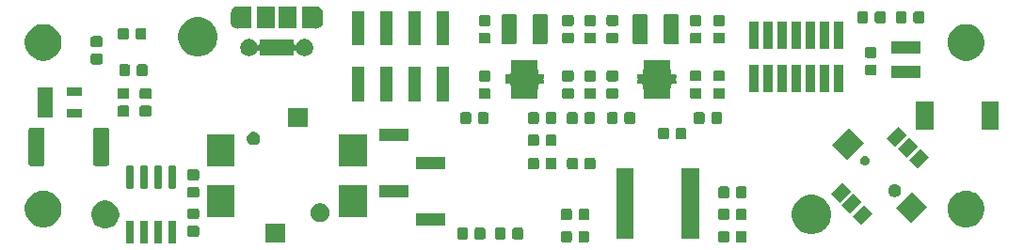
<source format=gbr>
G04 #@! TF.GenerationSoftware,KiCad,Pcbnew,(5.1.5)-3*
G04 #@! TF.CreationDate,2021-05-18T14:06:46+02:00*
G04 #@! TF.ProjectId,18650_UPS_PCB,31383635-305f-4555-9053-5f5043422e6b,rev?*
G04 #@! TF.SameCoordinates,Original*
G04 #@! TF.FileFunction,Soldermask,Top*
G04 #@! TF.FilePolarity,Negative*
%FSLAX46Y46*%
G04 Gerber Fmt 4.6, Leading zero omitted, Abs format (unit mm)*
G04 Created by KiCad (PCBNEW (5.1.5)-3) date 2021-05-18 14:06:46*
%MOMM*%
%LPD*%
G04 APERTURE LIST*
%ADD10C,0.100000*%
G04 APERTURE END LIST*
D10*
G36*
X133624928Y-93751764D02*
G01*
X133646009Y-93758160D01*
X133665445Y-93768548D01*
X133682476Y-93782524D01*
X133696452Y-93799555D01*
X133706840Y-93818991D01*
X133713236Y-93840072D01*
X133716000Y-93868140D01*
X133716000Y-95681860D01*
X133713236Y-95709928D01*
X133706840Y-95731009D01*
X133696452Y-95750445D01*
X133682476Y-95767476D01*
X133665445Y-95781452D01*
X133646009Y-95791840D01*
X133624928Y-95798236D01*
X133596860Y-95801000D01*
X133133140Y-95801000D01*
X133105072Y-95798236D01*
X133083991Y-95791840D01*
X133064555Y-95781452D01*
X133047524Y-95767476D01*
X133033548Y-95750445D01*
X133023160Y-95731009D01*
X133016764Y-95709928D01*
X133014000Y-95681860D01*
X133014000Y-93868140D01*
X133016764Y-93840072D01*
X133023160Y-93818991D01*
X133033548Y-93799555D01*
X133047524Y-93782524D01*
X133064555Y-93768548D01*
X133083991Y-93758160D01*
X133105072Y-93751764D01*
X133133140Y-93749000D01*
X133596860Y-93749000D01*
X133624928Y-93751764D01*
G37*
G36*
X134894928Y-93751764D02*
G01*
X134916009Y-93758160D01*
X134935445Y-93768548D01*
X134952476Y-93782524D01*
X134966452Y-93799555D01*
X134976840Y-93818991D01*
X134983236Y-93840072D01*
X134986000Y-93868140D01*
X134986000Y-95681860D01*
X134983236Y-95709928D01*
X134976840Y-95731009D01*
X134966452Y-95750445D01*
X134952476Y-95767476D01*
X134935445Y-95781452D01*
X134916009Y-95791840D01*
X134894928Y-95798236D01*
X134866860Y-95801000D01*
X134403140Y-95801000D01*
X134375072Y-95798236D01*
X134353991Y-95791840D01*
X134334555Y-95781452D01*
X134317524Y-95767476D01*
X134303548Y-95750445D01*
X134293160Y-95731009D01*
X134286764Y-95709928D01*
X134284000Y-95681860D01*
X134284000Y-93868140D01*
X134286764Y-93840072D01*
X134293160Y-93818991D01*
X134303548Y-93799555D01*
X134317524Y-93782524D01*
X134334555Y-93768548D01*
X134353991Y-93758160D01*
X134375072Y-93751764D01*
X134403140Y-93749000D01*
X134866860Y-93749000D01*
X134894928Y-93751764D01*
G37*
G36*
X136164928Y-93751764D02*
G01*
X136186009Y-93758160D01*
X136205445Y-93768548D01*
X136222476Y-93782524D01*
X136236452Y-93799555D01*
X136246840Y-93818991D01*
X136253236Y-93840072D01*
X136256000Y-93868140D01*
X136256000Y-95681860D01*
X136253236Y-95709928D01*
X136246840Y-95731009D01*
X136236452Y-95750445D01*
X136222476Y-95767476D01*
X136205445Y-95781452D01*
X136186009Y-95791840D01*
X136164928Y-95798236D01*
X136136860Y-95801000D01*
X135673140Y-95801000D01*
X135645072Y-95798236D01*
X135623991Y-95791840D01*
X135604555Y-95781452D01*
X135587524Y-95767476D01*
X135573548Y-95750445D01*
X135563160Y-95731009D01*
X135556764Y-95709928D01*
X135554000Y-95681860D01*
X135554000Y-93868140D01*
X135556764Y-93840072D01*
X135563160Y-93818991D01*
X135573548Y-93799555D01*
X135587524Y-93782524D01*
X135604555Y-93768548D01*
X135623991Y-93758160D01*
X135645072Y-93751764D01*
X135673140Y-93749000D01*
X136136860Y-93749000D01*
X136164928Y-93751764D01*
G37*
G36*
X132354928Y-93751764D02*
G01*
X132376009Y-93758160D01*
X132395445Y-93768548D01*
X132412476Y-93782524D01*
X132426452Y-93799555D01*
X132436840Y-93818991D01*
X132443236Y-93840072D01*
X132446000Y-93868140D01*
X132446000Y-95681860D01*
X132443236Y-95709928D01*
X132436840Y-95731009D01*
X132426452Y-95750445D01*
X132412476Y-95767476D01*
X132395445Y-95781452D01*
X132376009Y-95791840D01*
X132354928Y-95798236D01*
X132326860Y-95801000D01*
X131863140Y-95801000D01*
X131835072Y-95798236D01*
X131813991Y-95791840D01*
X131794555Y-95781452D01*
X131777524Y-95767476D01*
X131763548Y-95750445D01*
X131753160Y-95731009D01*
X131746764Y-95709928D01*
X131744000Y-95681860D01*
X131744000Y-93868140D01*
X131746764Y-93840072D01*
X131753160Y-93818991D01*
X131763548Y-93799555D01*
X131777524Y-93782524D01*
X131794555Y-93768548D01*
X131813991Y-93758160D01*
X131835072Y-93751764D01*
X131863140Y-93749000D01*
X132326860Y-93749000D01*
X132354928Y-93751764D01*
G37*
G36*
X146111000Y-95736000D02*
G01*
X144309000Y-95736000D01*
X144309000Y-94059000D01*
X146111000Y-94059000D01*
X146111000Y-95736000D01*
G37*
G36*
X171704591Y-94663085D02*
G01*
X171738569Y-94673393D01*
X171769890Y-94690134D01*
X171797339Y-94712661D01*
X171819866Y-94740110D01*
X171836607Y-94771431D01*
X171846915Y-94805409D01*
X171851000Y-94846890D01*
X171851000Y-95523110D01*
X171846915Y-95564591D01*
X171836607Y-95598569D01*
X171819866Y-95629890D01*
X171797339Y-95657339D01*
X171769890Y-95679866D01*
X171738569Y-95696607D01*
X171704591Y-95706915D01*
X171663110Y-95711000D01*
X171061890Y-95711000D01*
X171020409Y-95706915D01*
X170986431Y-95696607D01*
X170955110Y-95679866D01*
X170927661Y-95657339D01*
X170905134Y-95629890D01*
X170888393Y-95598569D01*
X170878085Y-95564591D01*
X170874000Y-95523110D01*
X170874000Y-94846890D01*
X170878085Y-94805409D01*
X170888393Y-94771431D01*
X170905134Y-94740110D01*
X170927661Y-94712661D01*
X170955110Y-94690134D01*
X170986431Y-94673393D01*
X171020409Y-94663085D01*
X171061890Y-94659000D01*
X171663110Y-94659000D01*
X171704591Y-94663085D01*
G37*
G36*
X173279591Y-94663085D02*
G01*
X173313569Y-94673393D01*
X173344890Y-94690134D01*
X173372339Y-94712661D01*
X173394866Y-94740110D01*
X173411607Y-94771431D01*
X173421915Y-94805409D01*
X173426000Y-94846890D01*
X173426000Y-95523110D01*
X173421915Y-95564591D01*
X173411607Y-95598569D01*
X173394866Y-95629890D01*
X173372339Y-95657339D01*
X173344890Y-95679866D01*
X173313569Y-95696607D01*
X173279591Y-95706915D01*
X173238110Y-95711000D01*
X172636890Y-95711000D01*
X172595409Y-95706915D01*
X172561431Y-95696607D01*
X172530110Y-95679866D01*
X172502661Y-95657339D01*
X172480134Y-95629890D01*
X172463393Y-95598569D01*
X172453085Y-95564591D01*
X172449000Y-95523110D01*
X172449000Y-94846890D01*
X172453085Y-94805409D01*
X172463393Y-94771431D01*
X172480134Y-94740110D01*
X172502661Y-94712661D01*
X172530110Y-94690134D01*
X172561431Y-94673393D01*
X172595409Y-94663085D01*
X172636890Y-94659000D01*
X173238110Y-94659000D01*
X173279591Y-94663085D01*
G37*
G36*
X185864591Y-94663085D02*
G01*
X185898569Y-94673393D01*
X185929890Y-94690134D01*
X185957339Y-94712661D01*
X185979866Y-94740110D01*
X185996607Y-94771431D01*
X186006915Y-94805409D01*
X186011000Y-94846890D01*
X186011000Y-95523110D01*
X186006915Y-95564591D01*
X185996607Y-95598569D01*
X185979866Y-95629890D01*
X185957339Y-95657339D01*
X185929890Y-95679866D01*
X185898569Y-95696607D01*
X185864591Y-95706915D01*
X185823110Y-95711000D01*
X185221890Y-95711000D01*
X185180409Y-95706915D01*
X185146431Y-95696607D01*
X185115110Y-95679866D01*
X185087661Y-95657339D01*
X185065134Y-95629890D01*
X185048393Y-95598569D01*
X185038085Y-95564591D01*
X185034000Y-95523110D01*
X185034000Y-94846890D01*
X185038085Y-94805409D01*
X185048393Y-94771431D01*
X185065134Y-94740110D01*
X185087661Y-94712661D01*
X185115110Y-94690134D01*
X185146431Y-94673393D01*
X185180409Y-94663085D01*
X185221890Y-94659000D01*
X185823110Y-94659000D01*
X185864591Y-94663085D01*
G37*
G36*
X187439591Y-94663085D02*
G01*
X187473569Y-94673393D01*
X187504890Y-94690134D01*
X187532339Y-94712661D01*
X187554866Y-94740110D01*
X187571607Y-94771431D01*
X187581915Y-94805409D01*
X187586000Y-94846890D01*
X187586000Y-95523110D01*
X187581915Y-95564591D01*
X187571607Y-95598569D01*
X187554866Y-95629890D01*
X187532339Y-95657339D01*
X187504890Y-95679866D01*
X187473569Y-95696607D01*
X187439591Y-95706915D01*
X187398110Y-95711000D01*
X186796890Y-95711000D01*
X186755409Y-95706915D01*
X186721431Y-95696607D01*
X186690110Y-95679866D01*
X186662661Y-95657339D01*
X186640134Y-95629890D01*
X186623393Y-95598569D01*
X186613085Y-95564591D01*
X186609000Y-95523110D01*
X186609000Y-94846890D01*
X186613085Y-94805409D01*
X186623393Y-94771431D01*
X186640134Y-94740110D01*
X186662661Y-94712661D01*
X186690110Y-94690134D01*
X186721431Y-94673393D01*
X186755409Y-94663085D01*
X186796890Y-94659000D01*
X187398110Y-94659000D01*
X187439591Y-94663085D01*
G37*
G36*
X163929591Y-94378085D02*
G01*
X163963569Y-94388393D01*
X163994890Y-94405134D01*
X164022339Y-94427661D01*
X164044866Y-94455110D01*
X164061607Y-94486431D01*
X164071915Y-94520409D01*
X164076000Y-94561890D01*
X164076000Y-95238110D01*
X164071915Y-95279591D01*
X164061607Y-95313569D01*
X164044866Y-95344890D01*
X164022339Y-95372339D01*
X163994890Y-95394866D01*
X163963569Y-95411607D01*
X163929591Y-95421915D01*
X163888110Y-95426000D01*
X163286890Y-95426000D01*
X163245409Y-95421915D01*
X163211431Y-95411607D01*
X163180110Y-95394866D01*
X163152661Y-95372339D01*
X163130134Y-95344890D01*
X163113393Y-95313569D01*
X163103085Y-95279591D01*
X163099000Y-95238110D01*
X163099000Y-94561890D01*
X163103085Y-94520409D01*
X163113393Y-94486431D01*
X163130134Y-94455110D01*
X163152661Y-94427661D01*
X163180110Y-94405134D01*
X163211431Y-94388393D01*
X163245409Y-94378085D01*
X163286890Y-94374000D01*
X163888110Y-94374000D01*
X163929591Y-94378085D01*
G37*
G36*
X162354591Y-94378085D02*
G01*
X162388569Y-94388393D01*
X162419890Y-94405134D01*
X162447339Y-94427661D01*
X162469866Y-94455110D01*
X162486607Y-94486431D01*
X162496915Y-94520409D01*
X162501000Y-94561890D01*
X162501000Y-95238110D01*
X162496915Y-95279591D01*
X162486607Y-95313569D01*
X162469866Y-95344890D01*
X162447339Y-95372339D01*
X162419890Y-95394866D01*
X162388569Y-95411607D01*
X162354591Y-95421915D01*
X162313110Y-95426000D01*
X161711890Y-95426000D01*
X161670409Y-95421915D01*
X161636431Y-95411607D01*
X161605110Y-95394866D01*
X161577661Y-95372339D01*
X161555134Y-95344890D01*
X161538393Y-95313569D01*
X161528085Y-95279591D01*
X161524000Y-95238110D01*
X161524000Y-94561890D01*
X161528085Y-94520409D01*
X161538393Y-94486431D01*
X161555134Y-94455110D01*
X161577661Y-94427661D01*
X161605110Y-94405134D01*
X161636431Y-94388393D01*
X161670409Y-94378085D01*
X161711890Y-94374000D01*
X162313110Y-94374000D01*
X162354591Y-94378085D01*
G37*
G36*
X167329591Y-94378085D02*
G01*
X167363569Y-94388393D01*
X167394890Y-94405134D01*
X167422339Y-94427661D01*
X167444866Y-94455110D01*
X167461607Y-94486431D01*
X167471915Y-94520409D01*
X167476000Y-94561890D01*
X167476000Y-95238110D01*
X167471915Y-95279591D01*
X167461607Y-95313569D01*
X167444866Y-95344890D01*
X167422339Y-95372339D01*
X167394890Y-95394866D01*
X167363569Y-95411607D01*
X167329591Y-95421915D01*
X167288110Y-95426000D01*
X166686890Y-95426000D01*
X166645409Y-95421915D01*
X166611431Y-95411607D01*
X166580110Y-95394866D01*
X166552661Y-95372339D01*
X166530134Y-95344890D01*
X166513393Y-95313569D01*
X166503085Y-95279591D01*
X166499000Y-95238110D01*
X166499000Y-94561890D01*
X166503085Y-94520409D01*
X166513393Y-94486431D01*
X166530134Y-94455110D01*
X166552661Y-94427661D01*
X166580110Y-94405134D01*
X166611431Y-94388393D01*
X166645409Y-94378085D01*
X166686890Y-94374000D01*
X167288110Y-94374000D01*
X167329591Y-94378085D01*
G37*
G36*
X165754591Y-94378085D02*
G01*
X165788569Y-94388393D01*
X165819890Y-94405134D01*
X165847339Y-94427661D01*
X165869866Y-94455110D01*
X165886607Y-94486431D01*
X165896915Y-94520409D01*
X165901000Y-94561890D01*
X165901000Y-95238110D01*
X165896915Y-95279591D01*
X165886607Y-95313569D01*
X165869866Y-95344890D01*
X165847339Y-95372339D01*
X165819890Y-95394866D01*
X165788569Y-95411607D01*
X165754591Y-95421915D01*
X165713110Y-95426000D01*
X165111890Y-95426000D01*
X165070409Y-95421915D01*
X165036431Y-95411607D01*
X165005110Y-95394866D01*
X164977661Y-95372339D01*
X164955134Y-95344890D01*
X164938393Y-95313569D01*
X164928085Y-95279591D01*
X164924000Y-95238110D01*
X164924000Y-94561890D01*
X164928085Y-94520409D01*
X164938393Y-94486431D01*
X164955134Y-94455110D01*
X164977661Y-94427661D01*
X165005110Y-94405134D01*
X165036431Y-94388393D01*
X165070409Y-94378085D01*
X165111890Y-94374000D01*
X165713110Y-94374000D01*
X165754591Y-94378085D01*
G37*
G36*
X183286000Y-95386000D02*
G01*
X181734000Y-95386000D01*
X181734000Y-88984000D01*
X183286000Y-88984000D01*
X183286000Y-95386000D01*
G37*
G36*
X177386000Y-95386000D02*
G01*
X175834000Y-95386000D01*
X175834000Y-88984000D01*
X177386000Y-88984000D01*
X177386000Y-95386000D01*
G37*
G36*
X138179591Y-94203085D02*
G01*
X138213569Y-94213393D01*
X138244890Y-94230134D01*
X138272339Y-94252661D01*
X138294866Y-94280110D01*
X138311607Y-94311431D01*
X138321915Y-94345409D01*
X138326000Y-94386890D01*
X138326000Y-94988110D01*
X138321915Y-95029591D01*
X138311607Y-95063569D01*
X138294866Y-95094890D01*
X138272339Y-95122339D01*
X138244890Y-95144866D01*
X138213569Y-95161607D01*
X138179591Y-95171915D01*
X138138110Y-95176000D01*
X137461890Y-95176000D01*
X137420409Y-95171915D01*
X137386431Y-95161607D01*
X137355110Y-95144866D01*
X137327661Y-95122339D01*
X137305134Y-95094890D01*
X137288393Y-95063569D01*
X137278085Y-95029591D01*
X137274000Y-94988110D01*
X137274000Y-94386890D01*
X137278085Y-94345409D01*
X137288393Y-94311431D01*
X137305134Y-94280110D01*
X137327661Y-94252661D01*
X137355110Y-94230134D01*
X137386431Y-94213393D01*
X137420409Y-94203085D01*
X137461890Y-94199000D01*
X138138110Y-94199000D01*
X138179591Y-94203085D01*
G37*
G36*
X193928039Y-91477250D02*
G01*
X194076988Y-91538947D01*
X194251251Y-91611129D01*
X194542134Y-91805491D01*
X194789509Y-92052866D01*
X194983871Y-92343749D01*
X194983871Y-92343750D01*
X195117750Y-92666961D01*
X195186000Y-93010078D01*
X195186000Y-93359922D01*
X195117750Y-93703039D01*
X195049363Y-93868140D01*
X194983871Y-94026251D01*
X194789509Y-94317134D01*
X194542134Y-94564509D01*
X194251251Y-94758871D01*
X194220928Y-94771431D01*
X193928039Y-94892750D01*
X193584922Y-94961000D01*
X193235078Y-94961000D01*
X192891961Y-94892750D01*
X192599072Y-94771431D01*
X192568749Y-94758871D01*
X192277866Y-94564509D01*
X192030491Y-94317134D01*
X191836129Y-94026251D01*
X191770637Y-93868140D01*
X191702250Y-93703039D01*
X191634000Y-93359922D01*
X191634000Y-93010078D01*
X191702250Y-92666961D01*
X191836129Y-92343750D01*
X191836129Y-92343749D01*
X192030491Y-92052866D01*
X192277866Y-91805491D01*
X192568749Y-91611129D01*
X192743012Y-91538947D01*
X192891961Y-91477250D01*
X193235078Y-91409000D01*
X193584922Y-91409000D01*
X193928039Y-91477250D01*
G37*
G36*
X130243444Y-91986882D02*
G01*
X130470201Y-92080808D01*
X130470202Y-92080809D01*
X130674279Y-92217168D01*
X130847832Y-92390721D01*
X130938944Y-92527081D01*
X130984192Y-92594799D01*
X131078118Y-92821556D01*
X131126000Y-93062278D01*
X131126000Y-93307722D01*
X131078118Y-93548444D01*
X130984192Y-93775201D01*
X130954932Y-93818991D01*
X130847832Y-93979279D01*
X130674279Y-94152832D01*
X130543577Y-94240164D01*
X130470201Y-94289192D01*
X130243444Y-94383118D01*
X130002722Y-94431000D01*
X129757278Y-94431000D01*
X129516556Y-94383118D01*
X129289799Y-94289192D01*
X129216423Y-94240164D01*
X129085721Y-94152832D01*
X128912168Y-93979279D01*
X128805068Y-93818991D01*
X128775808Y-93775201D01*
X128681882Y-93548444D01*
X128634000Y-93307722D01*
X128634000Y-93062278D01*
X128681882Y-92821556D01*
X128775808Y-92594799D01*
X128821056Y-92527081D01*
X128912168Y-92390721D01*
X129085721Y-92217168D01*
X129289798Y-92080809D01*
X129289799Y-92080808D01*
X129516556Y-91986882D01*
X129757278Y-91939000D01*
X130002722Y-91939000D01*
X130243444Y-91986882D01*
G37*
G36*
X124685256Y-91076298D02*
G01*
X124791579Y-91097447D01*
X125004037Y-91185450D01*
X125030753Y-91196516D01*
X125092042Y-91221903D01*
X125362451Y-91402585D01*
X125592415Y-91632549D01*
X125773097Y-91902958D01*
X125897553Y-92203421D01*
X125912955Y-92280852D01*
X125961000Y-92522389D01*
X125961000Y-92847611D01*
X125928683Y-93010078D01*
X125897553Y-93166579D01*
X125831270Y-93326600D01*
X125778255Y-93454591D01*
X125773097Y-93467042D01*
X125592415Y-93737451D01*
X125362451Y-93967415D01*
X125092042Y-94148097D01*
X124791579Y-94272553D01*
X124753587Y-94280110D01*
X124472611Y-94336000D01*
X124147389Y-94336000D01*
X123866413Y-94280110D01*
X123828421Y-94272553D01*
X123527958Y-94148097D01*
X123257549Y-93967415D01*
X123027585Y-93737451D01*
X122846903Y-93467042D01*
X122841746Y-93454591D01*
X122788730Y-93326600D01*
X122722447Y-93166579D01*
X122691317Y-93010078D01*
X122659000Y-92847611D01*
X122659000Y-92522389D01*
X122707045Y-92280852D01*
X122722447Y-92203421D01*
X122846903Y-91902958D01*
X123027585Y-91632549D01*
X123257549Y-91402585D01*
X123527958Y-91221903D01*
X123589248Y-91196516D01*
X123615963Y-91185450D01*
X123828421Y-91097447D01*
X123934744Y-91076298D01*
X124147389Y-91034000D01*
X124472611Y-91034000D01*
X124685256Y-91076298D01*
G37*
G36*
X207685256Y-91076298D02*
G01*
X207791579Y-91097447D01*
X208004037Y-91185450D01*
X208030753Y-91196516D01*
X208092042Y-91221903D01*
X208362451Y-91402585D01*
X208592415Y-91632549D01*
X208773097Y-91902958D01*
X208897553Y-92203421D01*
X208912955Y-92280852D01*
X208961000Y-92522389D01*
X208961000Y-92847611D01*
X208928683Y-93010078D01*
X208897553Y-93166579D01*
X208831270Y-93326600D01*
X208778255Y-93454591D01*
X208773097Y-93467042D01*
X208592415Y-93737451D01*
X208362451Y-93967415D01*
X208092042Y-94148097D01*
X207791579Y-94272553D01*
X207753587Y-94280110D01*
X207472611Y-94336000D01*
X207147389Y-94336000D01*
X206866413Y-94280110D01*
X206828421Y-94272553D01*
X206527958Y-94148097D01*
X206257549Y-93967415D01*
X206027585Y-93737451D01*
X205846903Y-93467042D01*
X205841746Y-93454591D01*
X205788730Y-93326600D01*
X205722447Y-93166579D01*
X205691317Y-93010078D01*
X205659000Y-92847611D01*
X205659000Y-92522389D01*
X205707045Y-92280852D01*
X205722447Y-92203421D01*
X205846903Y-91902958D01*
X206027585Y-91632549D01*
X206257549Y-91402585D01*
X206527958Y-91221903D01*
X206589248Y-91196516D01*
X206615963Y-91185450D01*
X206828421Y-91097447D01*
X206934744Y-91076298D01*
X207147389Y-91034000D01*
X207472611Y-91034000D01*
X207685256Y-91076298D01*
G37*
G36*
X160451000Y-94146000D02*
G01*
X157839000Y-94146000D01*
X157839000Y-93044000D01*
X160451000Y-93044000D01*
X160451000Y-94146000D01*
G37*
G36*
X198925018Y-93079112D02*
G01*
X197898299Y-94105831D01*
X197119068Y-93326600D01*
X198145787Y-92299881D01*
X198925018Y-93079112D01*
G37*
G36*
X203839410Y-92478071D02*
G01*
X202353071Y-93964410D01*
X201008154Y-92619493D01*
X202494493Y-91133154D01*
X203839410Y-92478071D01*
G37*
G36*
X149458228Y-92216703D02*
G01*
X149613100Y-92280853D01*
X149752481Y-92373985D01*
X149871015Y-92492519D01*
X149964147Y-92631900D01*
X150028297Y-92786772D01*
X150061000Y-92951184D01*
X150061000Y-93118816D01*
X150028297Y-93283228D01*
X149964147Y-93438100D01*
X149871015Y-93577481D01*
X149752481Y-93696015D01*
X149613100Y-93789147D01*
X149458228Y-93853297D01*
X149293816Y-93886000D01*
X149126184Y-93886000D01*
X148961772Y-93853297D01*
X148806900Y-93789147D01*
X148667519Y-93696015D01*
X148548985Y-93577481D01*
X148455853Y-93438100D01*
X148391703Y-93283228D01*
X148359000Y-93118816D01*
X148359000Y-92951184D01*
X148391703Y-92786772D01*
X148455853Y-92631900D01*
X148548985Y-92492519D01*
X148667519Y-92373985D01*
X148806900Y-92280853D01*
X148961772Y-92216703D01*
X149126184Y-92184000D01*
X149293816Y-92184000D01*
X149458228Y-92216703D01*
G37*
G36*
X185864591Y-92663085D02*
G01*
X185898569Y-92673393D01*
X185929890Y-92690134D01*
X185957339Y-92712661D01*
X185979866Y-92740110D01*
X185996607Y-92771431D01*
X186006915Y-92805409D01*
X186011000Y-92846890D01*
X186011000Y-93523110D01*
X186006915Y-93564591D01*
X185996607Y-93598569D01*
X185979866Y-93629890D01*
X185957339Y-93657339D01*
X185929890Y-93679866D01*
X185898569Y-93696607D01*
X185864591Y-93706915D01*
X185823110Y-93711000D01*
X185221890Y-93711000D01*
X185180409Y-93706915D01*
X185146431Y-93696607D01*
X185115110Y-93679866D01*
X185087661Y-93657339D01*
X185065134Y-93629890D01*
X185048393Y-93598569D01*
X185038085Y-93564591D01*
X185034000Y-93523110D01*
X185034000Y-92846890D01*
X185038085Y-92805409D01*
X185048393Y-92771431D01*
X185065134Y-92740110D01*
X185087661Y-92712661D01*
X185115110Y-92690134D01*
X185146431Y-92673393D01*
X185180409Y-92663085D01*
X185221890Y-92659000D01*
X185823110Y-92659000D01*
X185864591Y-92663085D01*
G37*
G36*
X171704591Y-92663085D02*
G01*
X171738569Y-92673393D01*
X171769890Y-92690134D01*
X171797339Y-92712661D01*
X171819866Y-92740110D01*
X171836607Y-92771431D01*
X171846915Y-92805409D01*
X171851000Y-92846890D01*
X171851000Y-93523110D01*
X171846915Y-93564591D01*
X171836607Y-93598569D01*
X171819866Y-93629890D01*
X171797339Y-93657339D01*
X171769890Y-93679866D01*
X171738569Y-93696607D01*
X171704591Y-93706915D01*
X171663110Y-93711000D01*
X171061890Y-93711000D01*
X171020409Y-93706915D01*
X170986431Y-93696607D01*
X170955110Y-93679866D01*
X170927661Y-93657339D01*
X170905134Y-93629890D01*
X170888393Y-93598569D01*
X170878085Y-93564591D01*
X170874000Y-93523110D01*
X170874000Y-92846890D01*
X170878085Y-92805409D01*
X170888393Y-92771431D01*
X170905134Y-92740110D01*
X170927661Y-92712661D01*
X170955110Y-92690134D01*
X170986431Y-92673393D01*
X171020409Y-92663085D01*
X171061890Y-92659000D01*
X171663110Y-92659000D01*
X171704591Y-92663085D01*
G37*
G36*
X173279591Y-92663085D02*
G01*
X173313569Y-92673393D01*
X173344890Y-92690134D01*
X173372339Y-92712661D01*
X173394866Y-92740110D01*
X173411607Y-92771431D01*
X173421915Y-92805409D01*
X173426000Y-92846890D01*
X173426000Y-93523110D01*
X173421915Y-93564591D01*
X173411607Y-93598569D01*
X173394866Y-93629890D01*
X173372339Y-93657339D01*
X173344890Y-93679866D01*
X173313569Y-93696607D01*
X173279591Y-93706915D01*
X173238110Y-93711000D01*
X172636890Y-93711000D01*
X172595409Y-93706915D01*
X172561431Y-93696607D01*
X172530110Y-93679866D01*
X172502661Y-93657339D01*
X172480134Y-93629890D01*
X172463393Y-93598569D01*
X172453085Y-93564591D01*
X172449000Y-93523110D01*
X172449000Y-92846890D01*
X172453085Y-92805409D01*
X172463393Y-92771431D01*
X172480134Y-92740110D01*
X172502661Y-92712661D01*
X172530110Y-92690134D01*
X172561431Y-92673393D01*
X172595409Y-92663085D01*
X172636890Y-92659000D01*
X173238110Y-92659000D01*
X173279591Y-92663085D01*
G37*
G36*
X187439591Y-92663085D02*
G01*
X187473569Y-92673393D01*
X187504890Y-92690134D01*
X187532339Y-92712661D01*
X187554866Y-92740110D01*
X187571607Y-92771431D01*
X187581915Y-92805409D01*
X187586000Y-92846890D01*
X187586000Y-93523110D01*
X187581915Y-93564591D01*
X187571607Y-93598569D01*
X187554866Y-93629890D01*
X187532339Y-93657339D01*
X187504890Y-93679866D01*
X187473569Y-93696607D01*
X187439591Y-93706915D01*
X187398110Y-93711000D01*
X186796890Y-93711000D01*
X186755409Y-93706915D01*
X186721431Y-93696607D01*
X186690110Y-93679866D01*
X186662661Y-93657339D01*
X186640134Y-93629890D01*
X186623393Y-93598569D01*
X186613085Y-93564591D01*
X186609000Y-93523110D01*
X186609000Y-92846890D01*
X186613085Y-92805409D01*
X186623393Y-92771431D01*
X186640134Y-92740110D01*
X186662661Y-92712661D01*
X186690110Y-92690134D01*
X186721431Y-92673393D01*
X186755409Y-92663085D01*
X186796890Y-92659000D01*
X187398110Y-92659000D01*
X187439591Y-92663085D01*
G37*
G36*
X138179591Y-92628085D02*
G01*
X138213569Y-92638393D01*
X138244890Y-92655134D01*
X138272339Y-92677661D01*
X138294866Y-92705110D01*
X138311607Y-92736431D01*
X138321915Y-92770409D01*
X138326000Y-92811890D01*
X138326000Y-93413110D01*
X138321915Y-93454591D01*
X138311607Y-93488569D01*
X138294866Y-93519890D01*
X138272339Y-93547339D01*
X138244890Y-93569866D01*
X138213569Y-93586607D01*
X138179591Y-93596915D01*
X138138110Y-93601000D01*
X137461890Y-93601000D01*
X137420409Y-93596915D01*
X137386431Y-93586607D01*
X137355110Y-93569866D01*
X137327661Y-93547339D01*
X137305134Y-93519890D01*
X137288393Y-93488569D01*
X137278085Y-93454591D01*
X137274000Y-93413110D01*
X137274000Y-92811890D01*
X137278085Y-92770409D01*
X137288393Y-92736431D01*
X137305134Y-92705110D01*
X137327661Y-92677661D01*
X137355110Y-92655134D01*
X137386431Y-92638393D01*
X137420409Y-92628085D01*
X137461890Y-92624000D01*
X138138110Y-92624000D01*
X138179591Y-92628085D01*
G37*
G36*
X153411000Y-93436000D02*
G01*
X150909000Y-93436000D01*
X150909000Y-90534000D01*
X153411000Y-90534000D01*
X153411000Y-93436000D01*
G37*
G36*
X141511000Y-93436000D02*
G01*
X139009000Y-93436000D01*
X139009000Y-90534000D01*
X141511000Y-90534000D01*
X141511000Y-93436000D01*
G37*
G36*
X197935068Y-92089163D02*
G01*
X196908349Y-93115882D01*
X196129118Y-92336651D01*
X197155837Y-91309932D01*
X197935068Y-92089163D01*
G37*
G36*
X196945119Y-91099213D02*
G01*
X195918400Y-92125932D01*
X195139169Y-91346701D01*
X196165888Y-90319982D01*
X196945119Y-91099213D01*
G37*
G36*
X187439591Y-90663085D02*
G01*
X187473569Y-90673393D01*
X187504890Y-90690134D01*
X187532339Y-90712661D01*
X187554866Y-90740110D01*
X187571607Y-90771431D01*
X187581915Y-90805409D01*
X187586000Y-90846890D01*
X187586000Y-91523110D01*
X187581915Y-91564591D01*
X187571607Y-91598569D01*
X187554866Y-91629890D01*
X187532339Y-91657339D01*
X187504890Y-91679866D01*
X187473569Y-91696607D01*
X187439591Y-91706915D01*
X187398110Y-91711000D01*
X186796890Y-91711000D01*
X186755409Y-91706915D01*
X186721431Y-91696607D01*
X186690110Y-91679866D01*
X186662661Y-91657339D01*
X186640134Y-91629890D01*
X186623393Y-91598569D01*
X186613085Y-91564591D01*
X186609000Y-91523110D01*
X186609000Y-90846890D01*
X186613085Y-90805409D01*
X186623393Y-90771431D01*
X186640134Y-90740110D01*
X186662661Y-90712661D01*
X186690110Y-90690134D01*
X186721431Y-90673393D01*
X186755409Y-90663085D01*
X186796890Y-90659000D01*
X187398110Y-90659000D01*
X187439591Y-90663085D01*
G37*
G36*
X185864591Y-90663085D02*
G01*
X185898569Y-90673393D01*
X185929890Y-90690134D01*
X185957339Y-90712661D01*
X185979866Y-90740110D01*
X185996607Y-90771431D01*
X186006915Y-90805409D01*
X186011000Y-90846890D01*
X186011000Y-91523110D01*
X186006915Y-91564591D01*
X185996607Y-91598569D01*
X185979866Y-91629890D01*
X185957339Y-91657339D01*
X185929890Y-91679866D01*
X185898569Y-91696607D01*
X185864591Y-91706915D01*
X185823110Y-91711000D01*
X185221890Y-91711000D01*
X185180409Y-91706915D01*
X185146431Y-91696607D01*
X185115110Y-91679866D01*
X185087661Y-91657339D01*
X185065134Y-91629890D01*
X185048393Y-91598569D01*
X185038085Y-91564591D01*
X185034000Y-91523110D01*
X185034000Y-90846890D01*
X185038085Y-90805409D01*
X185048393Y-90771431D01*
X185065134Y-90740110D01*
X185087661Y-90712661D01*
X185115110Y-90690134D01*
X185146431Y-90673393D01*
X185180409Y-90663085D01*
X185221890Y-90659000D01*
X185823110Y-90659000D01*
X185864591Y-90663085D01*
G37*
G36*
X138179591Y-90703085D02*
G01*
X138213569Y-90713393D01*
X138244890Y-90730134D01*
X138272339Y-90752661D01*
X138294866Y-90780110D01*
X138311607Y-90811431D01*
X138321915Y-90845409D01*
X138326000Y-90886890D01*
X138326000Y-91488110D01*
X138321915Y-91529591D01*
X138311607Y-91563569D01*
X138294866Y-91594890D01*
X138272339Y-91622339D01*
X138244890Y-91644866D01*
X138213569Y-91661607D01*
X138179591Y-91671915D01*
X138138110Y-91676000D01*
X137461890Y-91676000D01*
X137420409Y-91671915D01*
X137386431Y-91661607D01*
X137355110Y-91644866D01*
X137327661Y-91622339D01*
X137305134Y-91594890D01*
X137288393Y-91563569D01*
X137278085Y-91529591D01*
X137274000Y-91488110D01*
X137274000Y-90886890D01*
X137278085Y-90845409D01*
X137288393Y-90811431D01*
X137305134Y-90780110D01*
X137327661Y-90752661D01*
X137355110Y-90730134D01*
X137386431Y-90713393D01*
X137420409Y-90703085D01*
X137461890Y-90699000D01*
X138138110Y-90699000D01*
X138179591Y-90703085D01*
G37*
G36*
X157141000Y-91606000D02*
G01*
X154529000Y-91606000D01*
X154529000Y-90504000D01*
X157141000Y-90504000D01*
X157141000Y-91606000D01*
G37*
G36*
X201015875Y-90463570D02*
G01*
X201071516Y-90474638D01*
X201176341Y-90518058D01*
X201176343Y-90518059D01*
X201270679Y-90581092D01*
X201350914Y-90661327D01*
X201403591Y-90740164D01*
X201413948Y-90755665D01*
X201452932Y-90849780D01*
X201457368Y-90860491D01*
X201479503Y-90971771D01*
X201479503Y-91085235D01*
X201469971Y-91133154D01*
X201457368Y-91196516D01*
X201446852Y-91221903D01*
X201413947Y-91301343D01*
X201350914Y-91395679D01*
X201270679Y-91475914D01*
X201176343Y-91538947D01*
X201176342Y-91538948D01*
X201176341Y-91538948D01*
X201071516Y-91582368D01*
X201015875Y-91593435D01*
X200960235Y-91604503D01*
X200846771Y-91604503D01*
X200791131Y-91593436D01*
X200735490Y-91582368D01*
X200630665Y-91538948D01*
X200630664Y-91538948D01*
X200630663Y-91538947D01*
X200536327Y-91475914D01*
X200456092Y-91395679D01*
X200393059Y-91301343D01*
X200360154Y-91221903D01*
X200349638Y-91196516D01*
X200337035Y-91133154D01*
X200327503Y-91085235D01*
X200327503Y-90971771D01*
X200349638Y-90860491D01*
X200354075Y-90849780D01*
X200393058Y-90755665D01*
X200403415Y-90740164D01*
X200456092Y-90661327D01*
X200536327Y-90581092D01*
X200630663Y-90518059D01*
X200630665Y-90518058D01*
X200735490Y-90474638D01*
X200791131Y-90463570D01*
X200846771Y-90452503D01*
X200960235Y-90452503D01*
X201015875Y-90463570D01*
G37*
G36*
X132354928Y-88801764D02*
G01*
X132376009Y-88808160D01*
X132395445Y-88818548D01*
X132412476Y-88832524D01*
X132426452Y-88849555D01*
X132436840Y-88868991D01*
X132443236Y-88890072D01*
X132446000Y-88918140D01*
X132446000Y-90731860D01*
X132443236Y-90759928D01*
X132436840Y-90781009D01*
X132426452Y-90800445D01*
X132412476Y-90817476D01*
X132395445Y-90831452D01*
X132376009Y-90841840D01*
X132354928Y-90848236D01*
X132326860Y-90851000D01*
X131863140Y-90851000D01*
X131835072Y-90848236D01*
X131813991Y-90841840D01*
X131794555Y-90831452D01*
X131777524Y-90817476D01*
X131763548Y-90800445D01*
X131753160Y-90781009D01*
X131746764Y-90759928D01*
X131744000Y-90731860D01*
X131744000Y-88918140D01*
X131746764Y-88890072D01*
X131753160Y-88868991D01*
X131763548Y-88849555D01*
X131777524Y-88832524D01*
X131794555Y-88818548D01*
X131813991Y-88808160D01*
X131835072Y-88801764D01*
X131863140Y-88799000D01*
X132326860Y-88799000D01*
X132354928Y-88801764D01*
G37*
G36*
X133624928Y-88801764D02*
G01*
X133646009Y-88808160D01*
X133665445Y-88818548D01*
X133682476Y-88832524D01*
X133696452Y-88849555D01*
X133706840Y-88868991D01*
X133713236Y-88890072D01*
X133716000Y-88918140D01*
X133716000Y-90731860D01*
X133713236Y-90759928D01*
X133706840Y-90781009D01*
X133696452Y-90800445D01*
X133682476Y-90817476D01*
X133665445Y-90831452D01*
X133646009Y-90841840D01*
X133624928Y-90848236D01*
X133596860Y-90851000D01*
X133133140Y-90851000D01*
X133105072Y-90848236D01*
X133083991Y-90841840D01*
X133064555Y-90831452D01*
X133047524Y-90817476D01*
X133033548Y-90800445D01*
X133023160Y-90781009D01*
X133016764Y-90759928D01*
X133014000Y-90731860D01*
X133014000Y-88918140D01*
X133016764Y-88890072D01*
X133023160Y-88868991D01*
X133033548Y-88849555D01*
X133047524Y-88832524D01*
X133064555Y-88818548D01*
X133083991Y-88808160D01*
X133105072Y-88801764D01*
X133133140Y-88799000D01*
X133596860Y-88799000D01*
X133624928Y-88801764D01*
G37*
G36*
X134894928Y-88801764D02*
G01*
X134916009Y-88808160D01*
X134935445Y-88818548D01*
X134952476Y-88832524D01*
X134966452Y-88849555D01*
X134976840Y-88868991D01*
X134983236Y-88890072D01*
X134986000Y-88918140D01*
X134986000Y-90731860D01*
X134983236Y-90759928D01*
X134976840Y-90781009D01*
X134966452Y-90800445D01*
X134952476Y-90817476D01*
X134935445Y-90831452D01*
X134916009Y-90841840D01*
X134894928Y-90848236D01*
X134866860Y-90851000D01*
X134403140Y-90851000D01*
X134375072Y-90848236D01*
X134353991Y-90841840D01*
X134334555Y-90831452D01*
X134317524Y-90817476D01*
X134303548Y-90800445D01*
X134293160Y-90781009D01*
X134286764Y-90759928D01*
X134284000Y-90731860D01*
X134284000Y-88918140D01*
X134286764Y-88890072D01*
X134293160Y-88868991D01*
X134303548Y-88849555D01*
X134317524Y-88832524D01*
X134334555Y-88818548D01*
X134353991Y-88808160D01*
X134375072Y-88801764D01*
X134403140Y-88799000D01*
X134866860Y-88799000D01*
X134894928Y-88801764D01*
G37*
G36*
X136164928Y-88801764D02*
G01*
X136186009Y-88808160D01*
X136205445Y-88818548D01*
X136222476Y-88832524D01*
X136236452Y-88849555D01*
X136246840Y-88868991D01*
X136253236Y-88890072D01*
X136256000Y-88918140D01*
X136256000Y-90731860D01*
X136253236Y-90759928D01*
X136246840Y-90781009D01*
X136236452Y-90800445D01*
X136222476Y-90817476D01*
X136205445Y-90831452D01*
X136186009Y-90841840D01*
X136164928Y-90848236D01*
X136136860Y-90851000D01*
X135673140Y-90851000D01*
X135645072Y-90848236D01*
X135623991Y-90841840D01*
X135604555Y-90831452D01*
X135587524Y-90817476D01*
X135573548Y-90800445D01*
X135563160Y-90781009D01*
X135556764Y-90759928D01*
X135554000Y-90731860D01*
X135554000Y-88918140D01*
X135556764Y-88890072D01*
X135563160Y-88868991D01*
X135573548Y-88849555D01*
X135587524Y-88832524D01*
X135604555Y-88818548D01*
X135623991Y-88808160D01*
X135645072Y-88801764D01*
X135673140Y-88799000D01*
X136136860Y-88799000D01*
X136164928Y-88801764D01*
G37*
G36*
X138179591Y-89128085D02*
G01*
X138213569Y-89138393D01*
X138244890Y-89155134D01*
X138272339Y-89177661D01*
X138294866Y-89205110D01*
X138311607Y-89236431D01*
X138321915Y-89270409D01*
X138326000Y-89311890D01*
X138326000Y-89913110D01*
X138321915Y-89954591D01*
X138311607Y-89988569D01*
X138294866Y-90019890D01*
X138272339Y-90047339D01*
X138244890Y-90069866D01*
X138213569Y-90086607D01*
X138179591Y-90096915D01*
X138138110Y-90101000D01*
X137461890Y-90101000D01*
X137420409Y-90096915D01*
X137386431Y-90086607D01*
X137355110Y-90069866D01*
X137327661Y-90047339D01*
X137305134Y-90019890D01*
X137288393Y-89988569D01*
X137278085Y-89954591D01*
X137274000Y-89913110D01*
X137274000Y-89311890D01*
X137278085Y-89270409D01*
X137288393Y-89236431D01*
X137305134Y-89205110D01*
X137327661Y-89177661D01*
X137355110Y-89155134D01*
X137386431Y-89138393D01*
X137420409Y-89128085D01*
X137461890Y-89124000D01*
X138138110Y-89124000D01*
X138179591Y-89128085D01*
G37*
G36*
X168754591Y-88078085D02*
G01*
X168788569Y-88088393D01*
X168819890Y-88105134D01*
X168847339Y-88127661D01*
X168869866Y-88155110D01*
X168886607Y-88186431D01*
X168896915Y-88220409D01*
X168901000Y-88261890D01*
X168901000Y-88938110D01*
X168896915Y-88979591D01*
X168886607Y-89013569D01*
X168869866Y-89044890D01*
X168847339Y-89072339D01*
X168819890Y-89094866D01*
X168788569Y-89111607D01*
X168754591Y-89121915D01*
X168713110Y-89126000D01*
X168111890Y-89126000D01*
X168070409Y-89121915D01*
X168036431Y-89111607D01*
X168005110Y-89094866D01*
X167977661Y-89072339D01*
X167955134Y-89044890D01*
X167938393Y-89013569D01*
X167928085Y-88979591D01*
X167924000Y-88938110D01*
X167924000Y-88261890D01*
X167928085Y-88220409D01*
X167938393Y-88186431D01*
X167955134Y-88155110D01*
X167977661Y-88127661D01*
X168005110Y-88105134D01*
X168036431Y-88088393D01*
X168070409Y-88078085D01*
X168111890Y-88074000D01*
X168713110Y-88074000D01*
X168754591Y-88078085D01*
G37*
G36*
X173829591Y-88078085D02*
G01*
X173863569Y-88088393D01*
X173894890Y-88105134D01*
X173922339Y-88127661D01*
X173944866Y-88155110D01*
X173961607Y-88186431D01*
X173971915Y-88220409D01*
X173976000Y-88261890D01*
X173976000Y-88938110D01*
X173971915Y-88979591D01*
X173961607Y-89013569D01*
X173944866Y-89044890D01*
X173922339Y-89072339D01*
X173894890Y-89094866D01*
X173863569Y-89111607D01*
X173829591Y-89121915D01*
X173788110Y-89126000D01*
X173186890Y-89126000D01*
X173145409Y-89121915D01*
X173111431Y-89111607D01*
X173080110Y-89094866D01*
X173052661Y-89072339D01*
X173030134Y-89044890D01*
X173013393Y-89013569D01*
X173003085Y-88979591D01*
X172999000Y-88938110D01*
X172999000Y-88261890D01*
X173003085Y-88220409D01*
X173013393Y-88186431D01*
X173030134Y-88155110D01*
X173052661Y-88127661D01*
X173080110Y-88105134D01*
X173111431Y-88088393D01*
X173145409Y-88078085D01*
X173186890Y-88074000D01*
X173788110Y-88074000D01*
X173829591Y-88078085D01*
G37*
G36*
X170329591Y-88078085D02*
G01*
X170363569Y-88088393D01*
X170394890Y-88105134D01*
X170422339Y-88127661D01*
X170444866Y-88155110D01*
X170461607Y-88186431D01*
X170471915Y-88220409D01*
X170476000Y-88261890D01*
X170476000Y-88938110D01*
X170471915Y-88979591D01*
X170461607Y-89013569D01*
X170444866Y-89044890D01*
X170422339Y-89072339D01*
X170394890Y-89094866D01*
X170363569Y-89111607D01*
X170329591Y-89121915D01*
X170288110Y-89126000D01*
X169686890Y-89126000D01*
X169645409Y-89121915D01*
X169611431Y-89111607D01*
X169580110Y-89094866D01*
X169552661Y-89072339D01*
X169530134Y-89044890D01*
X169513393Y-89013569D01*
X169503085Y-88979591D01*
X169499000Y-88938110D01*
X169499000Y-88261890D01*
X169503085Y-88220409D01*
X169513393Y-88186431D01*
X169530134Y-88155110D01*
X169552661Y-88127661D01*
X169580110Y-88105134D01*
X169611431Y-88088393D01*
X169645409Y-88078085D01*
X169686890Y-88074000D01*
X170288110Y-88074000D01*
X170329591Y-88078085D01*
G37*
G36*
X172254591Y-88078085D02*
G01*
X172288569Y-88088393D01*
X172319890Y-88105134D01*
X172347339Y-88127661D01*
X172369866Y-88155110D01*
X172386607Y-88186431D01*
X172396915Y-88220409D01*
X172401000Y-88261890D01*
X172401000Y-88938110D01*
X172396915Y-88979591D01*
X172386607Y-89013569D01*
X172369866Y-89044890D01*
X172347339Y-89072339D01*
X172319890Y-89094866D01*
X172288569Y-89111607D01*
X172254591Y-89121915D01*
X172213110Y-89126000D01*
X171611890Y-89126000D01*
X171570409Y-89121915D01*
X171536431Y-89111607D01*
X171505110Y-89094866D01*
X171477661Y-89072339D01*
X171455134Y-89044890D01*
X171438393Y-89013569D01*
X171428085Y-88979591D01*
X171424000Y-88938110D01*
X171424000Y-88261890D01*
X171428085Y-88220409D01*
X171438393Y-88186431D01*
X171455134Y-88155110D01*
X171477661Y-88127661D01*
X171505110Y-88105134D01*
X171536431Y-88088393D01*
X171570409Y-88078085D01*
X171611890Y-88074000D01*
X172213110Y-88074000D01*
X172254591Y-88078085D01*
G37*
G36*
X160451000Y-89066000D02*
G01*
X157839000Y-89066000D01*
X157839000Y-87964000D01*
X160451000Y-87964000D01*
X160451000Y-89066000D01*
G37*
G36*
X203980831Y-88023299D02*
G01*
X202954112Y-89050018D01*
X202174881Y-88270787D01*
X203201600Y-87244068D01*
X203980831Y-88023299D01*
G37*
G36*
X153411000Y-88836000D02*
G01*
X150909000Y-88836000D01*
X150909000Y-85934000D01*
X153411000Y-85934000D01*
X153411000Y-88836000D01*
G37*
G36*
X141511000Y-88836000D02*
G01*
X139009000Y-88836000D01*
X139009000Y-85934000D01*
X141511000Y-85934000D01*
X141511000Y-88836000D01*
G37*
G36*
X124282798Y-85363247D02*
G01*
X124318367Y-85374037D01*
X124351139Y-85391554D01*
X124379869Y-85415131D01*
X124403446Y-85443861D01*
X124420963Y-85476633D01*
X124431753Y-85512202D01*
X124436000Y-85555325D01*
X124436000Y-88614675D01*
X124431753Y-88657798D01*
X124420963Y-88693367D01*
X124403446Y-88726139D01*
X124379869Y-88754869D01*
X124351139Y-88778446D01*
X124318367Y-88795963D01*
X124282798Y-88806753D01*
X124239675Y-88811000D01*
X123180325Y-88811000D01*
X123137202Y-88806753D01*
X123101633Y-88795963D01*
X123068861Y-88778446D01*
X123040131Y-88754869D01*
X123016554Y-88726139D01*
X122999037Y-88693367D01*
X122988247Y-88657798D01*
X122984000Y-88614675D01*
X122984000Y-85555325D01*
X122988247Y-85512202D01*
X122999037Y-85476633D01*
X123016554Y-85443861D01*
X123040131Y-85415131D01*
X123068861Y-85391554D01*
X123101633Y-85374037D01*
X123137202Y-85363247D01*
X123180325Y-85359000D01*
X124239675Y-85359000D01*
X124282798Y-85363247D01*
G37*
G36*
X130082798Y-85363247D02*
G01*
X130118367Y-85374037D01*
X130151139Y-85391554D01*
X130179869Y-85415131D01*
X130203446Y-85443861D01*
X130220963Y-85476633D01*
X130231753Y-85512202D01*
X130236000Y-85555325D01*
X130236000Y-88614675D01*
X130231753Y-88657798D01*
X130220963Y-88693367D01*
X130203446Y-88726139D01*
X130179869Y-88754869D01*
X130151139Y-88778446D01*
X130118367Y-88795963D01*
X130082798Y-88806753D01*
X130039675Y-88811000D01*
X128980325Y-88811000D01*
X128937202Y-88806753D01*
X128901633Y-88795963D01*
X128868861Y-88778446D01*
X128840131Y-88754869D01*
X128816554Y-88726139D01*
X128799037Y-88693367D01*
X128788247Y-88657798D01*
X128784000Y-88614675D01*
X128784000Y-85555325D01*
X128788247Y-85512202D01*
X128799037Y-85476633D01*
X128816554Y-85443861D01*
X128840131Y-85415131D01*
X128868861Y-85391554D01*
X128901633Y-85374037D01*
X128937202Y-85363247D01*
X128980325Y-85359000D01*
X130039675Y-85359000D01*
X130082798Y-85363247D01*
G37*
G36*
X198340757Y-87931868D02*
G01*
X198374568Y-87945873D01*
X198418281Y-87963979D01*
X198418284Y-87963981D01*
X198488056Y-88010601D01*
X198547393Y-88069938D01*
X198553243Y-88078693D01*
X198594015Y-88139713D01*
X198600392Y-88155110D01*
X198626126Y-88217237D01*
X198642497Y-88299540D01*
X198642497Y-88383454D01*
X198626126Y-88465757D01*
X198612121Y-88499568D01*
X198594015Y-88543281D01*
X198594013Y-88543284D01*
X198547393Y-88613056D01*
X198488056Y-88672393D01*
X198459463Y-88691498D01*
X198418281Y-88719015D01*
X198374568Y-88737121D01*
X198340757Y-88751126D01*
X198258454Y-88767497D01*
X198174540Y-88767497D01*
X198092237Y-88751126D01*
X198058426Y-88737121D01*
X198014713Y-88719015D01*
X197973531Y-88691498D01*
X197944938Y-88672393D01*
X197885601Y-88613056D01*
X197838981Y-88543284D01*
X197838979Y-88543281D01*
X197820873Y-88499568D01*
X197806868Y-88465757D01*
X197790497Y-88383454D01*
X197790497Y-88299540D01*
X197806868Y-88217237D01*
X197832602Y-88155110D01*
X197838979Y-88139713D01*
X197879751Y-88078693D01*
X197885601Y-88069938D01*
X197944938Y-88010601D01*
X198014710Y-87963981D01*
X198014713Y-87963979D01*
X198058426Y-87945873D01*
X198092237Y-87931868D01*
X198174540Y-87915497D01*
X198258454Y-87915497D01*
X198340757Y-87931868D01*
G37*
G36*
X198111846Y-86750507D02*
G01*
X196625507Y-88236846D01*
X195280590Y-86891929D01*
X196766929Y-85405590D01*
X198111846Y-86750507D01*
G37*
G36*
X202990882Y-87033349D02*
G01*
X201964163Y-88060068D01*
X201184932Y-87280837D01*
X202211651Y-86254118D01*
X202990882Y-87033349D01*
G37*
G36*
X202000932Y-86043400D02*
G01*
X200974213Y-87070119D01*
X200194982Y-86290888D01*
X201221701Y-85264169D01*
X202000932Y-86043400D01*
G37*
G36*
X168754591Y-85978085D02*
G01*
X168788569Y-85988393D01*
X168819890Y-86005134D01*
X168847339Y-86027661D01*
X168869866Y-86055110D01*
X168886607Y-86086431D01*
X168896915Y-86120409D01*
X168901000Y-86161890D01*
X168901000Y-86838110D01*
X168896915Y-86879591D01*
X168886607Y-86913569D01*
X168869866Y-86944890D01*
X168847339Y-86972339D01*
X168819890Y-86994866D01*
X168788569Y-87011607D01*
X168754591Y-87021915D01*
X168713110Y-87026000D01*
X168111890Y-87026000D01*
X168070409Y-87021915D01*
X168036431Y-87011607D01*
X168005110Y-86994866D01*
X167977661Y-86972339D01*
X167955134Y-86944890D01*
X167938393Y-86913569D01*
X167928085Y-86879591D01*
X167924000Y-86838110D01*
X167924000Y-86161890D01*
X167928085Y-86120409D01*
X167938393Y-86086431D01*
X167955134Y-86055110D01*
X167977661Y-86027661D01*
X168005110Y-86005134D01*
X168036431Y-85988393D01*
X168070409Y-85978085D01*
X168111890Y-85974000D01*
X168713110Y-85974000D01*
X168754591Y-85978085D01*
G37*
G36*
X170329591Y-85978085D02*
G01*
X170363569Y-85988393D01*
X170394890Y-86005134D01*
X170422339Y-86027661D01*
X170444866Y-86055110D01*
X170461607Y-86086431D01*
X170471915Y-86120409D01*
X170476000Y-86161890D01*
X170476000Y-86838110D01*
X170471915Y-86879591D01*
X170461607Y-86913569D01*
X170444866Y-86944890D01*
X170422339Y-86972339D01*
X170394890Y-86994866D01*
X170363569Y-87011607D01*
X170329591Y-87021915D01*
X170288110Y-87026000D01*
X169686890Y-87026000D01*
X169645409Y-87021915D01*
X169611431Y-87011607D01*
X169580110Y-86994866D01*
X169552661Y-86972339D01*
X169530134Y-86944890D01*
X169513393Y-86913569D01*
X169503085Y-86879591D01*
X169499000Y-86838110D01*
X169499000Y-86161890D01*
X169503085Y-86120409D01*
X169513393Y-86086431D01*
X169530134Y-86055110D01*
X169552661Y-86027661D01*
X169580110Y-86005134D01*
X169611431Y-85988393D01*
X169645409Y-85978085D01*
X169686890Y-85974000D01*
X170288110Y-85974000D01*
X170329591Y-85978085D01*
G37*
G36*
X143346601Y-85749397D02*
G01*
X143385305Y-85757096D01*
X143417340Y-85770365D01*
X143494680Y-85802400D01*
X143593115Y-85868173D01*
X143676827Y-85951885D01*
X143742600Y-86050320D01*
X143757557Y-86086431D01*
X143787904Y-86159695D01*
X143790073Y-86170599D01*
X143811000Y-86275805D01*
X143811000Y-86394195D01*
X143787904Y-86510304D01*
X143742600Y-86619680D01*
X143676827Y-86718115D01*
X143593115Y-86801827D01*
X143494680Y-86867600D01*
X143435943Y-86891929D01*
X143385305Y-86912904D01*
X143346601Y-86920603D01*
X143269195Y-86936000D01*
X143150805Y-86936000D01*
X143073399Y-86920603D01*
X143034695Y-86912904D01*
X142984057Y-86891929D01*
X142925320Y-86867600D01*
X142826885Y-86801827D01*
X142743173Y-86718115D01*
X142677400Y-86619680D01*
X142632096Y-86510304D01*
X142609000Y-86394195D01*
X142609000Y-86275805D01*
X142629927Y-86170599D01*
X142632096Y-86159695D01*
X142662443Y-86086431D01*
X142677400Y-86050320D01*
X142743173Y-85951885D01*
X142826885Y-85868173D01*
X142925320Y-85802400D01*
X143002660Y-85770365D01*
X143034695Y-85757096D01*
X143073399Y-85749397D01*
X143150805Y-85734000D01*
X143269195Y-85734000D01*
X143346601Y-85749397D01*
G37*
G36*
X157141000Y-86526000D02*
G01*
X154529000Y-86526000D01*
X154529000Y-85424000D01*
X157141000Y-85424000D01*
X157141000Y-86526000D01*
G37*
G36*
X180454591Y-85378085D02*
G01*
X180488569Y-85388393D01*
X180519890Y-85405134D01*
X180547339Y-85427661D01*
X180569866Y-85455110D01*
X180586607Y-85486431D01*
X180596915Y-85520409D01*
X180601000Y-85561890D01*
X180601000Y-86238110D01*
X180596915Y-86279591D01*
X180586607Y-86313569D01*
X180569866Y-86344890D01*
X180547339Y-86372339D01*
X180519890Y-86394866D01*
X180488569Y-86411607D01*
X180454591Y-86421915D01*
X180413110Y-86426000D01*
X179811890Y-86426000D01*
X179770409Y-86421915D01*
X179736431Y-86411607D01*
X179705110Y-86394866D01*
X179677661Y-86372339D01*
X179655134Y-86344890D01*
X179638393Y-86313569D01*
X179628085Y-86279591D01*
X179624000Y-86238110D01*
X179624000Y-85561890D01*
X179628085Y-85520409D01*
X179638393Y-85486431D01*
X179655134Y-85455110D01*
X179677661Y-85427661D01*
X179705110Y-85405134D01*
X179736431Y-85388393D01*
X179770409Y-85378085D01*
X179811890Y-85374000D01*
X180413110Y-85374000D01*
X180454591Y-85378085D01*
G37*
G36*
X182029591Y-85378085D02*
G01*
X182063569Y-85388393D01*
X182094890Y-85405134D01*
X182122339Y-85427661D01*
X182144866Y-85455110D01*
X182161607Y-85486431D01*
X182171915Y-85520409D01*
X182176000Y-85561890D01*
X182176000Y-86238110D01*
X182171915Y-86279591D01*
X182161607Y-86313569D01*
X182144866Y-86344890D01*
X182122339Y-86372339D01*
X182094890Y-86394866D01*
X182063569Y-86411607D01*
X182029591Y-86421915D01*
X181988110Y-86426000D01*
X181386890Y-86426000D01*
X181345409Y-86421915D01*
X181311431Y-86411607D01*
X181280110Y-86394866D01*
X181252661Y-86372339D01*
X181230134Y-86344890D01*
X181213393Y-86313569D01*
X181203085Y-86279591D01*
X181199000Y-86238110D01*
X181199000Y-85561890D01*
X181203085Y-85520409D01*
X181213393Y-85486431D01*
X181230134Y-85455110D01*
X181252661Y-85427661D01*
X181280110Y-85405134D01*
X181311431Y-85388393D01*
X181345409Y-85378085D01*
X181386890Y-85374000D01*
X181988110Y-85374000D01*
X182029591Y-85378085D01*
G37*
G36*
X204374000Y-85554000D02*
G01*
X202822000Y-85554000D01*
X202822000Y-83052000D01*
X204374000Y-83052000D01*
X204374000Y-85554000D01*
G37*
G36*
X210274000Y-85554000D02*
G01*
X208722000Y-85554000D01*
X208722000Y-83052000D01*
X210274000Y-83052000D01*
X210274000Y-85554000D01*
G37*
G36*
X148111000Y-85311000D02*
G01*
X146309000Y-85311000D01*
X146309000Y-83634000D01*
X148111000Y-83634000D01*
X148111000Y-85311000D01*
G37*
G36*
X162654591Y-83978085D02*
G01*
X162688569Y-83988393D01*
X162719890Y-84005134D01*
X162747339Y-84027661D01*
X162769866Y-84055110D01*
X162786607Y-84086431D01*
X162796915Y-84120409D01*
X162801000Y-84161890D01*
X162801000Y-84838110D01*
X162796915Y-84879591D01*
X162786607Y-84913569D01*
X162769866Y-84944890D01*
X162747339Y-84972339D01*
X162719890Y-84994866D01*
X162688569Y-85011607D01*
X162654591Y-85021915D01*
X162613110Y-85026000D01*
X162011890Y-85026000D01*
X161970409Y-85021915D01*
X161936431Y-85011607D01*
X161905110Y-84994866D01*
X161877661Y-84972339D01*
X161855134Y-84944890D01*
X161838393Y-84913569D01*
X161828085Y-84879591D01*
X161824000Y-84838110D01*
X161824000Y-84161890D01*
X161828085Y-84120409D01*
X161838393Y-84086431D01*
X161855134Y-84055110D01*
X161877661Y-84027661D01*
X161905110Y-84005134D01*
X161936431Y-83988393D01*
X161970409Y-83978085D01*
X162011890Y-83974000D01*
X162613110Y-83974000D01*
X162654591Y-83978085D01*
G37*
G36*
X164229591Y-83978085D02*
G01*
X164263569Y-83988393D01*
X164294890Y-84005134D01*
X164322339Y-84027661D01*
X164344866Y-84055110D01*
X164361607Y-84086431D01*
X164371915Y-84120409D01*
X164376000Y-84161890D01*
X164376000Y-84838110D01*
X164371915Y-84879591D01*
X164361607Y-84913569D01*
X164344866Y-84944890D01*
X164322339Y-84972339D01*
X164294890Y-84994866D01*
X164263569Y-85011607D01*
X164229591Y-85021915D01*
X164188110Y-85026000D01*
X163586890Y-85026000D01*
X163545409Y-85021915D01*
X163511431Y-85011607D01*
X163480110Y-84994866D01*
X163452661Y-84972339D01*
X163430134Y-84944890D01*
X163413393Y-84913569D01*
X163403085Y-84879591D01*
X163399000Y-84838110D01*
X163399000Y-84161890D01*
X163403085Y-84120409D01*
X163413393Y-84086431D01*
X163430134Y-84055110D01*
X163452661Y-84027661D01*
X163480110Y-84005134D01*
X163511431Y-83988393D01*
X163545409Y-83978085D01*
X163586890Y-83974000D01*
X164188110Y-83974000D01*
X164229591Y-83978085D01*
G37*
G36*
X175842091Y-83978085D02*
G01*
X175876069Y-83988393D01*
X175907390Y-84005134D01*
X175934839Y-84027661D01*
X175957366Y-84055110D01*
X175974107Y-84086431D01*
X175984415Y-84120409D01*
X175988500Y-84161890D01*
X175988500Y-84838110D01*
X175984415Y-84879591D01*
X175974107Y-84913569D01*
X175957366Y-84944890D01*
X175934839Y-84972339D01*
X175907390Y-84994866D01*
X175876069Y-85011607D01*
X175842091Y-85021915D01*
X175800610Y-85026000D01*
X175199390Y-85026000D01*
X175157909Y-85021915D01*
X175123931Y-85011607D01*
X175092610Y-84994866D01*
X175065161Y-84972339D01*
X175042634Y-84944890D01*
X175025893Y-84913569D01*
X175015585Y-84879591D01*
X175011500Y-84838110D01*
X175011500Y-84161890D01*
X175015585Y-84120409D01*
X175025893Y-84086431D01*
X175042634Y-84055110D01*
X175065161Y-84027661D01*
X175092610Y-84005134D01*
X175123931Y-83988393D01*
X175157909Y-83978085D01*
X175199390Y-83974000D01*
X175800610Y-83974000D01*
X175842091Y-83978085D01*
G37*
G36*
X173817091Y-83978085D02*
G01*
X173851069Y-83988393D01*
X173882390Y-84005134D01*
X173909839Y-84027661D01*
X173932366Y-84055110D01*
X173949107Y-84086431D01*
X173959415Y-84120409D01*
X173963500Y-84161890D01*
X173963500Y-84838110D01*
X173959415Y-84879591D01*
X173949107Y-84913569D01*
X173932366Y-84944890D01*
X173909839Y-84972339D01*
X173882390Y-84994866D01*
X173851069Y-85011607D01*
X173817091Y-85021915D01*
X173775610Y-85026000D01*
X173174390Y-85026000D01*
X173132909Y-85021915D01*
X173098931Y-85011607D01*
X173067610Y-84994866D01*
X173040161Y-84972339D01*
X173017634Y-84944890D01*
X173000893Y-84913569D01*
X172990585Y-84879591D01*
X172986500Y-84838110D01*
X172986500Y-84161890D01*
X172990585Y-84120409D01*
X173000893Y-84086431D01*
X173017634Y-84055110D01*
X173040161Y-84027661D01*
X173067610Y-84005134D01*
X173098931Y-83988393D01*
X173132909Y-83978085D01*
X173174390Y-83974000D01*
X173775610Y-83974000D01*
X173817091Y-83978085D01*
G37*
G36*
X185229591Y-83978085D02*
G01*
X185263569Y-83988393D01*
X185294890Y-84005134D01*
X185322339Y-84027661D01*
X185344866Y-84055110D01*
X185361607Y-84086431D01*
X185371915Y-84120409D01*
X185376000Y-84161890D01*
X185376000Y-84838110D01*
X185371915Y-84879591D01*
X185361607Y-84913569D01*
X185344866Y-84944890D01*
X185322339Y-84972339D01*
X185294890Y-84994866D01*
X185263569Y-85011607D01*
X185229591Y-85021915D01*
X185188110Y-85026000D01*
X184586890Y-85026000D01*
X184545409Y-85021915D01*
X184511431Y-85011607D01*
X184480110Y-84994866D01*
X184452661Y-84972339D01*
X184430134Y-84944890D01*
X184413393Y-84913569D01*
X184403085Y-84879591D01*
X184399000Y-84838110D01*
X184399000Y-84161890D01*
X184403085Y-84120409D01*
X184413393Y-84086431D01*
X184430134Y-84055110D01*
X184452661Y-84027661D01*
X184480110Y-84005134D01*
X184511431Y-83988393D01*
X184545409Y-83978085D01*
X184586890Y-83974000D01*
X185188110Y-83974000D01*
X185229591Y-83978085D01*
G37*
G36*
X183654591Y-83978085D02*
G01*
X183688569Y-83988393D01*
X183719890Y-84005134D01*
X183747339Y-84027661D01*
X183769866Y-84055110D01*
X183786607Y-84086431D01*
X183796915Y-84120409D01*
X183801000Y-84161890D01*
X183801000Y-84838110D01*
X183796915Y-84879591D01*
X183786607Y-84913569D01*
X183769866Y-84944890D01*
X183747339Y-84972339D01*
X183719890Y-84994866D01*
X183688569Y-85011607D01*
X183654591Y-85021915D01*
X183613110Y-85026000D01*
X183011890Y-85026000D01*
X182970409Y-85021915D01*
X182936431Y-85011607D01*
X182905110Y-84994866D01*
X182877661Y-84972339D01*
X182855134Y-84944890D01*
X182838393Y-84913569D01*
X182828085Y-84879591D01*
X182824000Y-84838110D01*
X182824000Y-84161890D01*
X182828085Y-84120409D01*
X182838393Y-84086431D01*
X182855134Y-84055110D01*
X182877661Y-84027661D01*
X182905110Y-84005134D01*
X182936431Y-83988393D01*
X182970409Y-83978085D01*
X183011890Y-83974000D01*
X183613110Y-83974000D01*
X183654591Y-83978085D01*
G37*
G36*
X168754591Y-83978085D02*
G01*
X168788569Y-83988393D01*
X168819890Y-84005134D01*
X168847339Y-84027661D01*
X168869866Y-84055110D01*
X168886607Y-84086431D01*
X168896915Y-84120409D01*
X168901000Y-84161890D01*
X168901000Y-84838110D01*
X168896915Y-84879591D01*
X168886607Y-84913569D01*
X168869866Y-84944890D01*
X168847339Y-84972339D01*
X168819890Y-84994866D01*
X168788569Y-85011607D01*
X168754591Y-85021915D01*
X168713110Y-85026000D01*
X168111890Y-85026000D01*
X168070409Y-85021915D01*
X168036431Y-85011607D01*
X168005110Y-84994866D01*
X167977661Y-84972339D01*
X167955134Y-84944890D01*
X167938393Y-84913569D01*
X167928085Y-84879591D01*
X167924000Y-84838110D01*
X167924000Y-84161890D01*
X167928085Y-84120409D01*
X167938393Y-84086431D01*
X167955134Y-84055110D01*
X167977661Y-84027661D01*
X168005110Y-84005134D01*
X168036431Y-83988393D01*
X168070409Y-83978085D01*
X168111890Y-83974000D01*
X168713110Y-83974000D01*
X168754591Y-83978085D01*
G37*
G36*
X170329591Y-83978085D02*
G01*
X170363569Y-83988393D01*
X170394890Y-84005134D01*
X170422339Y-84027661D01*
X170444866Y-84055110D01*
X170461607Y-84086431D01*
X170471915Y-84120409D01*
X170476000Y-84161890D01*
X170476000Y-84838110D01*
X170471915Y-84879591D01*
X170461607Y-84913569D01*
X170444866Y-84944890D01*
X170422339Y-84972339D01*
X170394890Y-84994866D01*
X170363569Y-85011607D01*
X170329591Y-85021915D01*
X170288110Y-85026000D01*
X169686890Y-85026000D01*
X169645409Y-85021915D01*
X169611431Y-85011607D01*
X169580110Y-84994866D01*
X169552661Y-84972339D01*
X169530134Y-84944890D01*
X169513393Y-84913569D01*
X169503085Y-84879591D01*
X169499000Y-84838110D01*
X169499000Y-84161890D01*
X169503085Y-84120409D01*
X169513393Y-84086431D01*
X169530134Y-84055110D01*
X169552661Y-84027661D01*
X169580110Y-84005134D01*
X169611431Y-83988393D01*
X169645409Y-83978085D01*
X169686890Y-83974000D01*
X170288110Y-83974000D01*
X170329591Y-83978085D01*
G37*
G36*
X177417091Y-83978085D02*
G01*
X177451069Y-83988393D01*
X177482390Y-84005134D01*
X177509839Y-84027661D01*
X177532366Y-84055110D01*
X177549107Y-84086431D01*
X177559415Y-84120409D01*
X177563500Y-84161890D01*
X177563500Y-84838110D01*
X177559415Y-84879591D01*
X177549107Y-84913569D01*
X177532366Y-84944890D01*
X177509839Y-84972339D01*
X177482390Y-84994866D01*
X177451069Y-85011607D01*
X177417091Y-85021915D01*
X177375610Y-85026000D01*
X176774390Y-85026000D01*
X176732909Y-85021915D01*
X176698931Y-85011607D01*
X176667610Y-84994866D01*
X176640161Y-84972339D01*
X176617634Y-84944890D01*
X176600893Y-84913569D01*
X176590585Y-84879591D01*
X176586500Y-84838110D01*
X176586500Y-84161890D01*
X176590585Y-84120409D01*
X176600893Y-84086431D01*
X176617634Y-84055110D01*
X176640161Y-84027661D01*
X176667610Y-84005134D01*
X176698931Y-83988393D01*
X176732909Y-83978085D01*
X176774390Y-83974000D01*
X177375610Y-83974000D01*
X177417091Y-83978085D01*
G37*
G36*
X172242091Y-83978085D02*
G01*
X172276069Y-83988393D01*
X172307390Y-84005134D01*
X172334839Y-84027661D01*
X172357366Y-84055110D01*
X172374107Y-84086431D01*
X172384415Y-84120409D01*
X172388500Y-84161890D01*
X172388500Y-84838110D01*
X172384415Y-84879591D01*
X172374107Y-84913569D01*
X172357366Y-84944890D01*
X172334839Y-84972339D01*
X172307390Y-84994866D01*
X172276069Y-85011607D01*
X172242091Y-85021915D01*
X172200610Y-85026000D01*
X171599390Y-85026000D01*
X171557909Y-85021915D01*
X171523931Y-85011607D01*
X171492610Y-84994866D01*
X171465161Y-84972339D01*
X171442634Y-84944890D01*
X171425893Y-84913569D01*
X171415585Y-84879591D01*
X171411500Y-84838110D01*
X171411500Y-84161890D01*
X171415585Y-84120409D01*
X171425893Y-84086431D01*
X171442634Y-84055110D01*
X171465161Y-84027661D01*
X171492610Y-84005134D01*
X171523931Y-83988393D01*
X171557909Y-83978085D01*
X171599390Y-83974000D01*
X172200610Y-83974000D01*
X172242091Y-83978085D01*
G37*
G36*
X127781000Y-84411000D02*
G01*
X126459000Y-84411000D01*
X126459000Y-83659000D01*
X127781000Y-83659000D01*
X127781000Y-84411000D01*
G37*
G36*
X125161000Y-84411000D02*
G01*
X123839000Y-84411000D01*
X123839000Y-81759000D01*
X125161000Y-81759000D01*
X125161000Y-84411000D01*
G37*
G36*
X131889591Y-83388085D02*
G01*
X131923569Y-83398393D01*
X131954890Y-83415134D01*
X131982339Y-83437661D01*
X132004866Y-83465110D01*
X132021607Y-83496431D01*
X132031915Y-83530409D01*
X132036000Y-83571890D01*
X132036000Y-84173110D01*
X132031915Y-84214591D01*
X132021607Y-84248569D01*
X132004866Y-84279890D01*
X131982339Y-84307339D01*
X131954890Y-84329866D01*
X131923569Y-84346607D01*
X131889591Y-84356915D01*
X131848110Y-84361000D01*
X131171890Y-84361000D01*
X131130409Y-84356915D01*
X131096431Y-84346607D01*
X131065110Y-84329866D01*
X131037661Y-84307339D01*
X131015134Y-84279890D01*
X130998393Y-84248569D01*
X130988085Y-84214591D01*
X130984000Y-84173110D01*
X130984000Y-83571890D01*
X130988085Y-83530409D01*
X130998393Y-83496431D01*
X131015134Y-83465110D01*
X131037661Y-83437661D01*
X131065110Y-83415134D01*
X131096431Y-83398393D01*
X131130409Y-83388085D01*
X131171890Y-83384000D01*
X131848110Y-83384000D01*
X131889591Y-83388085D01*
G37*
G36*
X133889591Y-83388085D02*
G01*
X133923569Y-83398393D01*
X133954890Y-83415134D01*
X133982339Y-83437661D01*
X134004866Y-83465110D01*
X134021607Y-83496431D01*
X134031915Y-83530409D01*
X134036000Y-83571890D01*
X134036000Y-84173110D01*
X134031915Y-84214591D01*
X134021607Y-84248569D01*
X134004866Y-84279890D01*
X133982339Y-84307339D01*
X133954890Y-84329866D01*
X133923569Y-84346607D01*
X133889591Y-84356915D01*
X133848110Y-84361000D01*
X133171890Y-84361000D01*
X133130409Y-84356915D01*
X133096431Y-84346607D01*
X133065110Y-84329866D01*
X133037661Y-84307339D01*
X133015134Y-84279890D01*
X132998393Y-84248569D01*
X132988085Y-84214591D01*
X132984000Y-84173110D01*
X132984000Y-83571890D01*
X132988085Y-83530409D01*
X132998393Y-83496431D01*
X133015134Y-83465110D01*
X133037661Y-83437661D01*
X133065110Y-83415134D01*
X133096431Y-83398393D01*
X133130409Y-83388085D01*
X133171890Y-83384000D01*
X133848110Y-83384000D01*
X133889591Y-83388085D01*
G37*
G36*
X160821000Y-83006000D02*
G01*
X159719000Y-83006000D01*
X159719000Y-79904000D01*
X160821000Y-79904000D01*
X160821000Y-83006000D01*
G37*
G36*
X153201000Y-83006000D02*
G01*
X152099000Y-83006000D01*
X152099000Y-79904000D01*
X153201000Y-79904000D01*
X153201000Y-83006000D01*
G37*
G36*
X155741000Y-83006000D02*
G01*
X154639000Y-83006000D01*
X154639000Y-79904000D01*
X155741000Y-79904000D01*
X155741000Y-83006000D01*
G37*
G36*
X158281000Y-83006000D02*
G01*
X157179000Y-83006000D01*
X157179000Y-79904000D01*
X158281000Y-79904000D01*
X158281000Y-83006000D01*
G37*
G36*
X131889591Y-81813085D02*
G01*
X131923569Y-81823393D01*
X131954890Y-81840134D01*
X131982339Y-81862661D01*
X132004866Y-81890110D01*
X132021607Y-81921431D01*
X132031915Y-81955409D01*
X132036000Y-81996890D01*
X132036000Y-82598110D01*
X132031915Y-82639591D01*
X132021607Y-82673569D01*
X132004866Y-82704890D01*
X131982339Y-82732339D01*
X131954890Y-82754866D01*
X131923569Y-82771607D01*
X131889591Y-82781915D01*
X131848110Y-82786000D01*
X131171890Y-82786000D01*
X131130409Y-82781915D01*
X131096431Y-82771607D01*
X131065110Y-82754866D01*
X131037661Y-82732339D01*
X131015134Y-82704890D01*
X130998393Y-82673569D01*
X130988085Y-82639591D01*
X130984000Y-82598110D01*
X130984000Y-81996890D01*
X130988085Y-81955409D01*
X130998393Y-81921431D01*
X131015134Y-81890110D01*
X131037661Y-81862661D01*
X131065110Y-81840134D01*
X131096431Y-81823393D01*
X131130409Y-81813085D01*
X131171890Y-81809000D01*
X131848110Y-81809000D01*
X131889591Y-81813085D01*
G37*
G36*
X133889591Y-81813085D02*
G01*
X133923569Y-81823393D01*
X133954890Y-81840134D01*
X133982339Y-81862661D01*
X134004866Y-81890110D01*
X134021607Y-81921431D01*
X134031915Y-81955409D01*
X134036000Y-81996890D01*
X134036000Y-82598110D01*
X134031915Y-82639591D01*
X134021607Y-82673569D01*
X134004866Y-82704890D01*
X133982339Y-82732339D01*
X133954890Y-82754866D01*
X133923569Y-82771607D01*
X133889591Y-82781915D01*
X133848110Y-82786000D01*
X133171890Y-82786000D01*
X133130409Y-82781915D01*
X133096431Y-82771607D01*
X133065110Y-82754866D01*
X133037661Y-82732339D01*
X133015134Y-82704890D01*
X132998393Y-82673569D01*
X132988085Y-82639591D01*
X132984000Y-82598110D01*
X132984000Y-81996890D01*
X132988085Y-81955409D01*
X132998393Y-81921431D01*
X133015134Y-81890110D01*
X133037661Y-81862661D01*
X133065110Y-81840134D01*
X133096431Y-81823393D01*
X133130409Y-81813085D01*
X133171890Y-81809000D01*
X133848110Y-81809000D01*
X133889591Y-81813085D01*
G37*
G36*
X164379591Y-81803085D02*
G01*
X164413569Y-81813393D01*
X164444890Y-81830134D01*
X164472339Y-81852661D01*
X164494866Y-81880110D01*
X164511607Y-81911431D01*
X164521915Y-81945409D01*
X164526000Y-81986890D01*
X164526000Y-82588110D01*
X164521915Y-82629591D01*
X164511607Y-82663569D01*
X164494866Y-82694890D01*
X164472339Y-82722339D01*
X164444890Y-82744866D01*
X164413569Y-82761607D01*
X164379591Y-82771915D01*
X164338110Y-82776000D01*
X163661890Y-82776000D01*
X163620409Y-82771915D01*
X163586431Y-82761607D01*
X163555110Y-82744866D01*
X163527661Y-82722339D01*
X163505134Y-82694890D01*
X163488393Y-82663569D01*
X163478085Y-82629591D01*
X163474000Y-82588110D01*
X163474000Y-81986890D01*
X163478085Y-81945409D01*
X163488393Y-81911431D01*
X163505134Y-81880110D01*
X163527661Y-81852661D01*
X163555110Y-81830134D01*
X163586431Y-81813393D01*
X163620409Y-81803085D01*
X163661890Y-81799000D01*
X164338110Y-81799000D01*
X164379591Y-81803085D01*
G37*
G36*
X173879591Y-81803085D02*
G01*
X173913569Y-81813393D01*
X173944890Y-81830134D01*
X173972339Y-81852661D01*
X173994866Y-81880110D01*
X174011607Y-81911431D01*
X174021915Y-81945409D01*
X174026000Y-81986890D01*
X174026000Y-82588110D01*
X174021915Y-82629591D01*
X174011607Y-82663569D01*
X173994866Y-82694890D01*
X173972339Y-82722339D01*
X173944890Y-82744866D01*
X173913569Y-82761607D01*
X173879591Y-82771915D01*
X173838110Y-82776000D01*
X173161890Y-82776000D01*
X173120409Y-82771915D01*
X173086431Y-82761607D01*
X173055110Y-82744866D01*
X173027661Y-82722339D01*
X173005134Y-82694890D01*
X172988393Y-82663569D01*
X172978085Y-82629591D01*
X172974000Y-82588110D01*
X172974000Y-81986890D01*
X172978085Y-81945409D01*
X172988393Y-81911431D01*
X173005134Y-81880110D01*
X173027661Y-81852661D01*
X173055110Y-81830134D01*
X173086431Y-81813393D01*
X173120409Y-81803085D01*
X173161890Y-81799000D01*
X173838110Y-81799000D01*
X173879591Y-81803085D01*
G37*
G36*
X175879591Y-81803085D02*
G01*
X175913569Y-81813393D01*
X175944890Y-81830134D01*
X175972339Y-81852661D01*
X175994866Y-81880110D01*
X176011607Y-81911431D01*
X176021915Y-81945409D01*
X176026000Y-81986890D01*
X176026000Y-82588110D01*
X176021915Y-82629591D01*
X176011607Y-82663569D01*
X175994866Y-82694890D01*
X175972339Y-82722339D01*
X175944890Y-82744866D01*
X175913569Y-82761607D01*
X175879591Y-82771915D01*
X175838110Y-82776000D01*
X175161890Y-82776000D01*
X175120409Y-82771915D01*
X175086431Y-82761607D01*
X175055110Y-82744866D01*
X175027661Y-82722339D01*
X175005134Y-82694890D01*
X174988393Y-82663569D01*
X174978085Y-82629591D01*
X174974000Y-82588110D01*
X174974000Y-81986890D01*
X174978085Y-81945409D01*
X174988393Y-81911431D01*
X175005134Y-81880110D01*
X175027661Y-81852661D01*
X175055110Y-81830134D01*
X175086431Y-81813393D01*
X175120409Y-81803085D01*
X175161890Y-81799000D01*
X175838110Y-81799000D01*
X175879591Y-81803085D01*
G37*
G36*
X171879591Y-81803085D02*
G01*
X171913569Y-81813393D01*
X171944890Y-81830134D01*
X171972339Y-81852661D01*
X171994866Y-81880110D01*
X172011607Y-81911431D01*
X172021915Y-81945409D01*
X172026000Y-81986890D01*
X172026000Y-82588110D01*
X172021915Y-82629591D01*
X172011607Y-82663569D01*
X171994866Y-82694890D01*
X171972339Y-82722339D01*
X171944890Y-82744866D01*
X171913569Y-82761607D01*
X171879591Y-82771915D01*
X171838110Y-82776000D01*
X171161890Y-82776000D01*
X171120409Y-82771915D01*
X171086431Y-82761607D01*
X171055110Y-82744866D01*
X171027661Y-82722339D01*
X171005134Y-82694890D01*
X170988393Y-82663569D01*
X170978085Y-82629591D01*
X170974000Y-82588110D01*
X170974000Y-81986890D01*
X170978085Y-81945409D01*
X170988393Y-81911431D01*
X171005134Y-81880110D01*
X171027661Y-81852661D01*
X171055110Y-81830134D01*
X171086431Y-81813393D01*
X171120409Y-81803085D01*
X171161890Y-81799000D01*
X171838110Y-81799000D01*
X171879591Y-81803085D01*
G37*
G36*
X183379591Y-81790585D02*
G01*
X183413569Y-81800893D01*
X183444890Y-81817634D01*
X183472339Y-81840161D01*
X183494866Y-81867610D01*
X183511607Y-81898931D01*
X183521915Y-81932909D01*
X183526000Y-81974390D01*
X183526000Y-82575610D01*
X183521915Y-82617091D01*
X183511607Y-82651069D01*
X183494866Y-82682390D01*
X183472339Y-82709839D01*
X183444890Y-82732366D01*
X183413569Y-82749107D01*
X183379591Y-82759415D01*
X183338110Y-82763500D01*
X182661890Y-82763500D01*
X182620409Y-82759415D01*
X182586431Y-82749107D01*
X182555110Y-82732366D01*
X182527661Y-82709839D01*
X182505134Y-82682390D01*
X182488393Y-82651069D01*
X182478085Y-82617091D01*
X182474000Y-82575610D01*
X182474000Y-81974390D01*
X182478085Y-81932909D01*
X182488393Y-81898931D01*
X182505134Y-81867610D01*
X182527661Y-81840161D01*
X182555110Y-81817634D01*
X182586431Y-81800893D01*
X182620409Y-81790585D01*
X182661890Y-81786500D01*
X183338110Y-81786500D01*
X183379591Y-81790585D01*
G37*
G36*
X185479591Y-81790585D02*
G01*
X185513569Y-81800893D01*
X185544890Y-81817634D01*
X185572339Y-81840161D01*
X185594866Y-81867610D01*
X185611607Y-81898931D01*
X185621915Y-81932909D01*
X185626000Y-81974390D01*
X185626000Y-82575610D01*
X185621915Y-82617091D01*
X185611607Y-82651069D01*
X185594866Y-82682390D01*
X185572339Y-82709839D01*
X185544890Y-82732366D01*
X185513569Y-82749107D01*
X185479591Y-82759415D01*
X185438110Y-82763500D01*
X184761890Y-82763500D01*
X184720409Y-82759415D01*
X184686431Y-82749107D01*
X184655110Y-82732366D01*
X184627661Y-82709839D01*
X184605134Y-82682390D01*
X184588393Y-82651069D01*
X184578085Y-82617091D01*
X184574000Y-82575610D01*
X184574000Y-81974390D01*
X184578085Y-81932909D01*
X184588393Y-81898931D01*
X184605134Y-81867610D01*
X184627661Y-81840161D01*
X184655110Y-81817634D01*
X184686431Y-81800893D01*
X184720409Y-81790585D01*
X184761890Y-81786500D01*
X185438110Y-81786500D01*
X185479591Y-81790585D01*
G37*
G36*
X168771000Y-80026749D02*
G01*
X168773402Y-80051135D01*
X168780515Y-80074584D01*
X168792066Y-80096195D01*
X168807611Y-80115137D01*
X168819482Y-80123942D01*
X168818957Y-80124582D01*
X168836237Y-80138763D01*
X168842610Y-80146528D01*
X168847348Y-80155392D01*
X168850263Y-80165001D01*
X168851852Y-80181140D01*
X168851852Y-80448149D01*
X168854254Y-80472535D01*
X168861367Y-80495984D01*
X168872918Y-80517595D01*
X168888463Y-80536537D01*
X168907405Y-80552082D01*
X168929016Y-80563633D01*
X168952465Y-80570746D01*
X168976851Y-80573148D01*
X169293860Y-80573148D01*
X169309999Y-80574737D01*
X169319608Y-80577652D01*
X169328472Y-80582390D01*
X169336237Y-80588763D01*
X169342610Y-80596528D01*
X169347348Y-80605392D01*
X169350263Y-80615001D01*
X169351852Y-80631140D01*
X169351852Y-80868860D01*
X169350263Y-80884999D01*
X169347348Y-80894608D01*
X169342610Y-80903472D01*
X169328469Y-80920703D01*
X169314856Y-80941078D01*
X169305479Y-80963717D01*
X169300699Y-80987750D01*
X169300699Y-81012254D01*
X169305480Y-81036287D01*
X169314858Y-81058926D01*
X169328469Y-81079297D01*
X169342610Y-81096528D01*
X169347348Y-81105392D01*
X169350263Y-81115001D01*
X169351852Y-81131140D01*
X169351852Y-81368860D01*
X169350263Y-81384999D01*
X169347348Y-81394608D01*
X169342610Y-81403472D01*
X169336237Y-81411237D01*
X169328472Y-81417610D01*
X169319608Y-81422348D01*
X169309999Y-81425263D01*
X169293860Y-81426852D01*
X168976851Y-81426852D01*
X168952465Y-81429254D01*
X168929016Y-81436367D01*
X168907405Y-81447918D01*
X168888463Y-81463463D01*
X168872918Y-81482405D01*
X168861367Y-81504016D01*
X168854254Y-81527465D01*
X168851852Y-81551851D01*
X168851852Y-81818860D01*
X168850263Y-81834999D01*
X168847348Y-81844608D01*
X168842610Y-81853472D01*
X168836237Y-81861237D01*
X168820925Y-81873803D01*
X168816693Y-81876631D01*
X168799368Y-81893960D01*
X168785755Y-81914335D01*
X168776380Y-81936974D01*
X168771000Y-81973251D01*
X168771000Y-82751000D01*
X166429000Y-82751000D01*
X166429000Y-81973251D01*
X166426598Y-81948865D01*
X166419485Y-81925416D01*
X166407934Y-81903805D01*
X166392389Y-81884863D01*
X166380518Y-81876058D01*
X166381043Y-81875418D01*
X166363763Y-81861237D01*
X166357390Y-81853472D01*
X166352652Y-81844608D01*
X166349737Y-81834999D01*
X166348148Y-81818860D01*
X166348148Y-81551851D01*
X166345746Y-81527465D01*
X166338633Y-81504016D01*
X166327082Y-81482405D01*
X166311537Y-81463463D01*
X166292595Y-81447918D01*
X166270984Y-81436367D01*
X166247535Y-81429254D01*
X166223149Y-81426852D01*
X165906140Y-81426852D01*
X165890001Y-81425263D01*
X165880392Y-81422348D01*
X165871528Y-81417610D01*
X165863763Y-81411237D01*
X165857390Y-81403472D01*
X165852652Y-81394608D01*
X165849737Y-81384999D01*
X165848148Y-81368860D01*
X165848148Y-81131140D01*
X165849737Y-81115001D01*
X165852652Y-81105392D01*
X165857390Y-81096528D01*
X165871531Y-81079297D01*
X165885144Y-81058922D01*
X165894521Y-81036283D01*
X165899301Y-81012250D01*
X165899301Y-80987746D01*
X165894520Y-80963713D01*
X165885142Y-80941074D01*
X165871531Y-80920703D01*
X165857390Y-80903472D01*
X165852652Y-80894608D01*
X165849737Y-80884999D01*
X165848148Y-80868860D01*
X165848148Y-80631140D01*
X165849737Y-80615001D01*
X165852652Y-80605392D01*
X165857390Y-80596528D01*
X165863763Y-80588763D01*
X165871528Y-80582390D01*
X165880392Y-80577652D01*
X165890001Y-80574737D01*
X165906140Y-80573148D01*
X166223149Y-80573148D01*
X166247535Y-80570746D01*
X166270984Y-80563633D01*
X166292595Y-80552082D01*
X166311537Y-80536537D01*
X166327082Y-80517595D01*
X166338633Y-80495984D01*
X166345746Y-80472535D01*
X166348148Y-80448149D01*
X166348148Y-80181140D01*
X166349737Y-80165001D01*
X166352652Y-80155392D01*
X166357390Y-80146528D01*
X166363763Y-80138763D01*
X166379075Y-80126197D01*
X166383307Y-80123369D01*
X166400632Y-80106040D01*
X166414245Y-80085665D01*
X166423620Y-80063026D01*
X166429000Y-80026749D01*
X166429000Y-79249000D01*
X168771000Y-79249000D01*
X168771000Y-80026749D01*
G37*
G36*
X180671000Y-80026749D02*
G01*
X180673402Y-80051135D01*
X180680515Y-80074584D01*
X180692066Y-80096195D01*
X180707611Y-80115137D01*
X180719482Y-80123942D01*
X180718957Y-80124582D01*
X180736237Y-80138763D01*
X180742610Y-80146528D01*
X180747348Y-80155392D01*
X180750263Y-80165001D01*
X180751852Y-80181140D01*
X180751852Y-80448149D01*
X180754254Y-80472535D01*
X180761367Y-80495984D01*
X180772918Y-80517595D01*
X180788463Y-80536537D01*
X180807405Y-80552082D01*
X180829016Y-80563633D01*
X180852465Y-80570746D01*
X180876851Y-80573148D01*
X181193860Y-80573148D01*
X181209999Y-80574737D01*
X181219608Y-80577652D01*
X181228472Y-80582390D01*
X181236237Y-80588763D01*
X181242610Y-80596528D01*
X181247348Y-80605392D01*
X181250263Y-80615001D01*
X181251852Y-80631140D01*
X181251852Y-80868860D01*
X181250263Y-80884999D01*
X181247348Y-80894608D01*
X181242610Y-80903472D01*
X181228469Y-80920703D01*
X181214856Y-80941078D01*
X181205479Y-80963717D01*
X181200699Y-80987750D01*
X181200699Y-81012254D01*
X181205480Y-81036287D01*
X181214858Y-81058926D01*
X181228469Y-81079297D01*
X181242610Y-81096528D01*
X181247348Y-81105392D01*
X181250263Y-81115001D01*
X181251852Y-81131140D01*
X181251852Y-81368860D01*
X181250263Y-81384999D01*
X181247348Y-81394608D01*
X181242610Y-81403472D01*
X181236237Y-81411237D01*
X181228472Y-81417610D01*
X181219608Y-81422348D01*
X181209999Y-81425263D01*
X181193860Y-81426852D01*
X180876851Y-81426852D01*
X180852465Y-81429254D01*
X180829016Y-81436367D01*
X180807405Y-81447918D01*
X180788463Y-81463463D01*
X180772918Y-81482405D01*
X180761367Y-81504016D01*
X180754254Y-81527465D01*
X180751852Y-81551851D01*
X180751852Y-81818860D01*
X180750263Y-81834999D01*
X180747348Y-81844608D01*
X180742610Y-81853472D01*
X180736237Y-81861237D01*
X180720925Y-81873803D01*
X180716693Y-81876631D01*
X180699368Y-81893960D01*
X180685755Y-81914335D01*
X180676380Y-81936974D01*
X180671000Y-81973251D01*
X180671000Y-82751000D01*
X178329000Y-82751000D01*
X178329000Y-81973251D01*
X178326598Y-81948865D01*
X178319485Y-81925416D01*
X178307934Y-81903805D01*
X178292389Y-81884863D01*
X178280518Y-81876058D01*
X178281043Y-81875418D01*
X178263763Y-81861237D01*
X178257390Y-81853472D01*
X178252652Y-81844608D01*
X178249737Y-81834999D01*
X178248148Y-81818860D01*
X178248148Y-81551851D01*
X178245746Y-81527465D01*
X178238633Y-81504016D01*
X178227082Y-81482405D01*
X178211537Y-81463463D01*
X178192595Y-81447918D01*
X178170984Y-81436367D01*
X178147535Y-81429254D01*
X178123149Y-81426852D01*
X177806140Y-81426852D01*
X177790001Y-81425263D01*
X177780392Y-81422348D01*
X177771528Y-81417610D01*
X177763763Y-81411237D01*
X177757390Y-81403472D01*
X177752652Y-81394608D01*
X177749737Y-81384999D01*
X177748148Y-81368860D01*
X177748148Y-81131140D01*
X177749737Y-81115001D01*
X177752652Y-81105392D01*
X177757390Y-81096528D01*
X177771531Y-81079297D01*
X177785144Y-81058922D01*
X177794521Y-81036283D01*
X177799301Y-81012250D01*
X177799301Y-80987746D01*
X177794520Y-80963713D01*
X177785142Y-80941074D01*
X177771531Y-80920703D01*
X177757390Y-80903472D01*
X177752652Y-80894608D01*
X177749737Y-80884999D01*
X177748148Y-80868860D01*
X177748148Y-80631140D01*
X177749737Y-80615001D01*
X177752652Y-80605392D01*
X177757390Y-80596528D01*
X177763763Y-80588763D01*
X177771528Y-80582390D01*
X177780392Y-80577652D01*
X177790001Y-80574737D01*
X177806140Y-80573148D01*
X178123149Y-80573148D01*
X178147535Y-80570746D01*
X178170984Y-80563633D01*
X178192595Y-80552082D01*
X178211537Y-80536537D01*
X178227082Y-80517595D01*
X178238633Y-80495984D01*
X178245746Y-80472535D01*
X178248148Y-80448149D01*
X178248148Y-80181140D01*
X178249737Y-80165001D01*
X178252652Y-80155392D01*
X178257390Y-80146528D01*
X178263763Y-80138763D01*
X178279075Y-80126197D01*
X178283307Y-80123369D01*
X178300632Y-80106040D01*
X178314245Y-80085665D01*
X178323620Y-80063026D01*
X178329000Y-80026749D01*
X178329000Y-79249000D01*
X180671000Y-79249000D01*
X180671000Y-80026749D01*
G37*
G36*
X127781000Y-82511000D02*
G01*
X126459000Y-82511000D01*
X126459000Y-81759000D01*
X127781000Y-81759000D01*
X127781000Y-82511000D01*
G37*
G36*
X196256000Y-82201000D02*
G01*
X195414000Y-82201000D01*
X195414000Y-79699000D01*
X196256000Y-79699000D01*
X196256000Y-82201000D01*
G37*
G36*
X194986000Y-82201000D02*
G01*
X194144000Y-82201000D01*
X194144000Y-79699000D01*
X194986000Y-79699000D01*
X194986000Y-82201000D01*
G37*
G36*
X193716000Y-82201000D02*
G01*
X192874000Y-82201000D01*
X192874000Y-79699000D01*
X193716000Y-79699000D01*
X193716000Y-82201000D01*
G37*
G36*
X191176000Y-82201000D02*
G01*
X190334000Y-82201000D01*
X190334000Y-79699000D01*
X191176000Y-79699000D01*
X191176000Y-82201000D01*
G37*
G36*
X189906000Y-82201000D02*
G01*
X189064000Y-82201000D01*
X189064000Y-79699000D01*
X189906000Y-79699000D01*
X189906000Y-82201000D01*
G37*
G36*
X188636000Y-82201000D02*
G01*
X187794000Y-82201000D01*
X187794000Y-79699000D01*
X188636000Y-79699000D01*
X188636000Y-82201000D01*
G37*
G36*
X192446000Y-82201000D02*
G01*
X191604000Y-82201000D01*
X191604000Y-79699000D01*
X192446000Y-79699000D01*
X192446000Y-82201000D01*
G37*
G36*
X164379591Y-80228085D02*
G01*
X164413569Y-80238393D01*
X164444890Y-80255134D01*
X164472339Y-80277661D01*
X164494866Y-80305110D01*
X164511607Y-80336431D01*
X164521915Y-80370409D01*
X164526000Y-80411890D01*
X164526000Y-81013110D01*
X164521915Y-81054591D01*
X164511607Y-81088569D01*
X164494866Y-81119890D01*
X164472339Y-81147339D01*
X164444890Y-81169866D01*
X164413569Y-81186607D01*
X164379591Y-81196915D01*
X164338110Y-81201000D01*
X163661890Y-81201000D01*
X163620409Y-81196915D01*
X163586431Y-81186607D01*
X163555110Y-81169866D01*
X163527661Y-81147339D01*
X163505134Y-81119890D01*
X163488393Y-81088569D01*
X163478085Y-81054591D01*
X163474000Y-81013110D01*
X163474000Y-80411890D01*
X163478085Y-80370409D01*
X163488393Y-80336431D01*
X163505134Y-80305110D01*
X163527661Y-80277661D01*
X163555110Y-80255134D01*
X163586431Y-80238393D01*
X163620409Y-80228085D01*
X163661890Y-80224000D01*
X164338110Y-80224000D01*
X164379591Y-80228085D01*
G37*
G36*
X175879591Y-80228085D02*
G01*
X175913569Y-80238393D01*
X175944890Y-80255134D01*
X175972339Y-80277661D01*
X175994866Y-80305110D01*
X176011607Y-80336431D01*
X176021915Y-80370409D01*
X176026000Y-80411890D01*
X176026000Y-81013110D01*
X176021915Y-81054591D01*
X176011607Y-81088569D01*
X175994866Y-81119890D01*
X175972339Y-81147339D01*
X175944890Y-81169866D01*
X175913569Y-81186607D01*
X175879591Y-81196915D01*
X175838110Y-81201000D01*
X175161890Y-81201000D01*
X175120409Y-81196915D01*
X175086431Y-81186607D01*
X175055110Y-81169866D01*
X175027661Y-81147339D01*
X175005134Y-81119890D01*
X174988393Y-81088569D01*
X174978085Y-81054591D01*
X174974000Y-81013110D01*
X174974000Y-80411890D01*
X174978085Y-80370409D01*
X174988393Y-80336431D01*
X175005134Y-80305110D01*
X175027661Y-80277661D01*
X175055110Y-80255134D01*
X175086431Y-80238393D01*
X175120409Y-80228085D01*
X175161890Y-80224000D01*
X175838110Y-80224000D01*
X175879591Y-80228085D01*
G37*
G36*
X171879591Y-80228085D02*
G01*
X171913569Y-80238393D01*
X171944890Y-80255134D01*
X171972339Y-80277661D01*
X171994866Y-80305110D01*
X172011607Y-80336431D01*
X172021915Y-80370409D01*
X172026000Y-80411890D01*
X172026000Y-81013110D01*
X172021915Y-81054591D01*
X172011607Y-81088569D01*
X171994866Y-81119890D01*
X171972339Y-81147339D01*
X171944890Y-81169866D01*
X171913569Y-81186607D01*
X171879591Y-81196915D01*
X171838110Y-81201000D01*
X171161890Y-81201000D01*
X171120409Y-81196915D01*
X171086431Y-81186607D01*
X171055110Y-81169866D01*
X171027661Y-81147339D01*
X171005134Y-81119890D01*
X170988393Y-81088569D01*
X170978085Y-81054591D01*
X170974000Y-81013110D01*
X170974000Y-80411890D01*
X170978085Y-80370409D01*
X170988393Y-80336431D01*
X171005134Y-80305110D01*
X171027661Y-80277661D01*
X171055110Y-80255134D01*
X171086431Y-80238393D01*
X171120409Y-80228085D01*
X171161890Y-80224000D01*
X171838110Y-80224000D01*
X171879591Y-80228085D01*
G37*
G36*
X173879591Y-80228085D02*
G01*
X173913569Y-80238393D01*
X173944890Y-80255134D01*
X173972339Y-80277661D01*
X173994866Y-80305110D01*
X174011607Y-80336431D01*
X174021915Y-80370409D01*
X174026000Y-80411890D01*
X174026000Y-81013110D01*
X174021915Y-81054591D01*
X174011607Y-81088569D01*
X173994866Y-81119890D01*
X173972339Y-81147339D01*
X173944890Y-81169866D01*
X173913569Y-81186607D01*
X173879591Y-81196915D01*
X173838110Y-81201000D01*
X173161890Y-81201000D01*
X173120409Y-81196915D01*
X173086431Y-81186607D01*
X173055110Y-81169866D01*
X173027661Y-81147339D01*
X173005134Y-81119890D01*
X172988393Y-81088569D01*
X172978085Y-81054591D01*
X172974000Y-81013110D01*
X172974000Y-80411890D01*
X172978085Y-80370409D01*
X172988393Y-80336431D01*
X173005134Y-80305110D01*
X173027661Y-80277661D01*
X173055110Y-80255134D01*
X173086431Y-80238393D01*
X173120409Y-80228085D01*
X173161890Y-80224000D01*
X173838110Y-80224000D01*
X173879591Y-80228085D01*
G37*
G36*
X185479591Y-80215585D02*
G01*
X185513569Y-80225893D01*
X185544890Y-80242634D01*
X185572339Y-80265161D01*
X185594866Y-80292610D01*
X185611607Y-80323931D01*
X185621915Y-80357909D01*
X185626000Y-80399390D01*
X185626000Y-81000610D01*
X185621915Y-81042091D01*
X185611607Y-81076069D01*
X185594866Y-81107390D01*
X185572339Y-81134839D01*
X185544890Y-81157366D01*
X185513569Y-81174107D01*
X185479591Y-81184415D01*
X185438110Y-81188500D01*
X184761890Y-81188500D01*
X184720409Y-81184415D01*
X184686431Y-81174107D01*
X184655110Y-81157366D01*
X184627661Y-81134839D01*
X184605134Y-81107390D01*
X184588393Y-81076069D01*
X184578085Y-81042091D01*
X184574000Y-81000610D01*
X184574000Y-80399390D01*
X184578085Y-80357909D01*
X184588393Y-80323931D01*
X184605134Y-80292610D01*
X184627661Y-80265161D01*
X184655110Y-80242634D01*
X184686431Y-80225893D01*
X184720409Y-80215585D01*
X184761890Y-80211500D01*
X185438110Y-80211500D01*
X185479591Y-80215585D01*
G37*
G36*
X183379591Y-80215585D02*
G01*
X183413569Y-80225893D01*
X183444890Y-80242634D01*
X183472339Y-80265161D01*
X183494866Y-80292610D01*
X183511607Y-80323931D01*
X183521915Y-80357909D01*
X183526000Y-80399390D01*
X183526000Y-81000610D01*
X183521915Y-81042091D01*
X183511607Y-81076069D01*
X183494866Y-81107390D01*
X183472339Y-81134839D01*
X183444890Y-81157366D01*
X183413569Y-81174107D01*
X183379591Y-81184415D01*
X183338110Y-81188500D01*
X182661890Y-81188500D01*
X182620409Y-81184415D01*
X182586431Y-81174107D01*
X182555110Y-81157366D01*
X182527661Y-81134839D01*
X182505134Y-81107390D01*
X182488393Y-81076069D01*
X182478085Y-81042091D01*
X182474000Y-81000610D01*
X182474000Y-80399390D01*
X182478085Y-80357909D01*
X182488393Y-80323931D01*
X182505134Y-80292610D01*
X182527661Y-80265161D01*
X182555110Y-80242634D01*
X182586431Y-80225893D01*
X182620409Y-80215585D01*
X182661890Y-80211500D01*
X183338110Y-80211500D01*
X183379591Y-80215585D01*
G37*
G36*
X203226000Y-80931000D02*
G01*
X200574000Y-80931000D01*
X200574000Y-79769000D01*
X203226000Y-79769000D01*
X203226000Y-80931000D01*
G37*
G36*
X133539591Y-79663085D02*
G01*
X133573569Y-79673393D01*
X133604890Y-79690134D01*
X133632339Y-79712661D01*
X133654866Y-79740110D01*
X133671607Y-79771431D01*
X133681915Y-79805409D01*
X133686000Y-79846890D01*
X133686000Y-80523110D01*
X133681915Y-80564591D01*
X133671607Y-80598569D01*
X133654866Y-80629890D01*
X133632339Y-80657339D01*
X133604890Y-80679866D01*
X133573569Y-80696607D01*
X133539591Y-80706915D01*
X133498110Y-80711000D01*
X132896890Y-80711000D01*
X132855409Y-80706915D01*
X132821431Y-80696607D01*
X132790110Y-80679866D01*
X132762661Y-80657339D01*
X132740134Y-80629890D01*
X132723393Y-80598569D01*
X132713085Y-80564591D01*
X132709000Y-80523110D01*
X132709000Y-79846890D01*
X132713085Y-79805409D01*
X132723393Y-79771431D01*
X132740134Y-79740110D01*
X132762661Y-79712661D01*
X132790110Y-79690134D01*
X132821431Y-79673393D01*
X132855409Y-79663085D01*
X132896890Y-79659000D01*
X133498110Y-79659000D01*
X133539591Y-79663085D01*
G37*
G36*
X131964591Y-79663085D02*
G01*
X131998569Y-79673393D01*
X132029890Y-79690134D01*
X132057339Y-79712661D01*
X132079866Y-79740110D01*
X132096607Y-79771431D01*
X132106915Y-79805409D01*
X132111000Y-79846890D01*
X132111000Y-80523110D01*
X132106915Y-80564591D01*
X132096607Y-80598569D01*
X132079866Y-80629890D01*
X132057339Y-80657339D01*
X132029890Y-80679866D01*
X131998569Y-80696607D01*
X131964591Y-80706915D01*
X131923110Y-80711000D01*
X131321890Y-80711000D01*
X131280409Y-80706915D01*
X131246431Y-80696607D01*
X131215110Y-80679866D01*
X131187661Y-80657339D01*
X131165134Y-80629890D01*
X131148393Y-80598569D01*
X131138085Y-80564591D01*
X131134000Y-80523110D01*
X131134000Y-79846890D01*
X131138085Y-79805409D01*
X131148393Y-79771431D01*
X131165134Y-79740110D01*
X131187661Y-79712661D01*
X131215110Y-79690134D01*
X131246431Y-79673393D01*
X131280409Y-79663085D01*
X131321890Y-79659000D01*
X131923110Y-79659000D01*
X131964591Y-79663085D01*
G37*
G36*
X199129591Y-79678085D02*
G01*
X199163569Y-79688393D01*
X199194890Y-79705134D01*
X199222339Y-79727661D01*
X199244866Y-79755110D01*
X199261607Y-79786431D01*
X199271915Y-79820409D01*
X199276000Y-79861890D01*
X199276000Y-80463110D01*
X199271915Y-80504591D01*
X199261607Y-80538569D01*
X199244866Y-80569890D01*
X199222339Y-80597339D01*
X199194890Y-80619866D01*
X199163569Y-80636607D01*
X199129591Y-80646915D01*
X199088110Y-80651000D01*
X198411890Y-80651000D01*
X198370409Y-80646915D01*
X198336431Y-80636607D01*
X198305110Y-80619866D01*
X198277661Y-80597339D01*
X198255134Y-80569890D01*
X198238393Y-80538569D01*
X198228085Y-80504591D01*
X198224000Y-80463110D01*
X198224000Y-79861890D01*
X198228085Y-79820409D01*
X198238393Y-79786431D01*
X198255134Y-79755110D01*
X198277661Y-79727661D01*
X198305110Y-79705134D01*
X198336431Y-79688393D01*
X198370409Y-79678085D01*
X198411890Y-79674000D01*
X199088110Y-79674000D01*
X199129591Y-79678085D01*
G37*
G36*
X129479591Y-78703085D02*
G01*
X129513569Y-78713393D01*
X129544890Y-78730134D01*
X129572339Y-78752661D01*
X129594866Y-78780110D01*
X129611607Y-78811431D01*
X129621915Y-78845409D01*
X129626000Y-78886890D01*
X129626000Y-79488110D01*
X129621915Y-79529591D01*
X129611607Y-79563569D01*
X129594866Y-79594890D01*
X129572339Y-79622339D01*
X129544890Y-79644866D01*
X129513569Y-79661607D01*
X129479591Y-79671915D01*
X129438110Y-79676000D01*
X128761890Y-79676000D01*
X128720409Y-79671915D01*
X128686431Y-79661607D01*
X128655110Y-79644866D01*
X128627661Y-79622339D01*
X128605134Y-79594890D01*
X128588393Y-79563569D01*
X128578085Y-79529591D01*
X128574000Y-79488110D01*
X128574000Y-78886890D01*
X128578085Y-78845409D01*
X128588393Y-78811431D01*
X128605134Y-78780110D01*
X128627661Y-78752661D01*
X128655110Y-78730134D01*
X128686431Y-78713393D01*
X128720409Y-78703085D01*
X128761890Y-78699000D01*
X129438110Y-78699000D01*
X129479591Y-78703085D01*
G37*
G36*
X207685256Y-76076298D02*
G01*
X207791579Y-76097447D01*
X208092042Y-76221903D01*
X208362451Y-76402585D01*
X208592415Y-76632549D01*
X208773097Y-76902958D01*
X208897553Y-77203421D01*
X208904119Y-77236431D01*
X208961000Y-77522389D01*
X208961000Y-77847611D01*
X208939720Y-77954591D01*
X208897553Y-78166579D01*
X208863090Y-78249780D01*
X208805004Y-78390013D01*
X208773097Y-78467042D01*
X208592415Y-78737451D01*
X208362451Y-78967415D01*
X208092042Y-79148097D01*
X207791579Y-79272553D01*
X207685256Y-79293702D01*
X207472611Y-79336000D01*
X207147389Y-79336000D01*
X206934744Y-79293702D01*
X206828421Y-79272553D01*
X206527958Y-79148097D01*
X206257549Y-78967415D01*
X206027585Y-78737451D01*
X205846903Y-78467042D01*
X205814997Y-78390013D01*
X205756910Y-78249780D01*
X205722447Y-78166579D01*
X205680280Y-77954591D01*
X205659000Y-77847611D01*
X205659000Y-77522389D01*
X205715881Y-77236431D01*
X205722447Y-77203421D01*
X205846903Y-76902958D01*
X206027585Y-76632549D01*
X206257549Y-76402585D01*
X206527958Y-76221903D01*
X206828421Y-76097447D01*
X206934744Y-76076298D01*
X207147389Y-76034000D01*
X207472611Y-76034000D01*
X207685256Y-76076298D01*
G37*
G36*
X124685256Y-76076298D02*
G01*
X124791579Y-76097447D01*
X125092042Y-76221903D01*
X125362451Y-76402585D01*
X125592415Y-76632549D01*
X125773097Y-76902958D01*
X125897553Y-77203421D01*
X125904119Y-77236431D01*
X125961000Y-77522389D01*
X125961000Y-77847611D01*
X125939720Y-77954591D01*
X125897553Y-78166579D01*
X125863090Y-78249780D01*
X125805004Y-78390013D01*
X125773097Y-78467042D01*
X125592415Y-78737451D01*
X125362451Y-78967415D01*
X125092042Y-79148097D01*
X124791579Y-79272553D01*
X124685256Y-79293702D01*
X124472611Y-79336000D01*
X124147389Y-79336000D01*
X123934744Y-79293702D01*
X123828421Y-79272553D01*
X123527958Y-79148097D01*
X123257549Y-78967415D01*
X123027585Y-78737451D01*
X122846903Y-78467042D01*
X122814997Y-78390013D01*
X122756910Y-78249780D01*
X122722447Y-78166579D01*
X122680280Y-77954591D01*
X122659000Y-77847611D01*
X122659000Y-77522389D01*
X122715881Y-77236431D01*
X122722447Y-77203421D01*
X122846903Y-76902958D01*
X123027585Y-76632549D01*
X123257549Y-76402585D01*
X123527958Y-76221903D01*
X123828421Y-76097447D01*
X123934744Y-76076298D01*
X124147389Y-76034000D01*
X124472611Y-76034000D01*
X124685256Y-76076298D01*
G37*
G36*
X199129591Y-78103085D02*
G01*
X199163569Y-78113393D01*
X199194890Y-78130134D01*
X199222339Y-78152661D01*
X199244866Y-78180110D01*
X199261607Y-78211431D01*
X199271915Y-78245409D01*
X199276000Y-78286890D01*
X199276000Y-78888110D01*
X199271915Y-78929591D01*
X199261607Y-78963569D01*
X199244866Y-78994890D01*
X199222339Y-79022339D01*
X199194890Y-79044866D01*
X199163569Y-79061607D01*
X199129591Y-79071915D01*
X199088110Y-79076000D01*
X198411890Y-79076000D01*
X198370409Y-79071915D01*
X198336431Y-79061607D01*
X198305110Y-79044866D01*
X198277661Y-79022339D01*
X198255134Y-78994890D01*
X198238393Y-78963569D01*
X198228085Y-78929591D01*
X198224000Y-78888110D01*
X198224000Y-78286890D01*
X198228085Y-78245409D01*
X198238393Y-78211431D01*
X198255134Y-78180110D01*
X198277661Y-78152661D01*
X198305110Y-78130134D01*
X198336431Y-78113393D01*
X198370409Y-78103085D01*
X198411890Y-78099000D01*
X199088110Y-78099000D01*
X199129591Y-78103085D01*
G37*
G36*
X138728039Y-75477250D02*
G01*
X138917372Y-75555675D01*
X139051251Y-75611129D01*
X139342134Y-75805491D01*
X139589509Y-76052866D01*
X139783871Y-76343749D01*
X139829998Y-76455110D01*
X139917750Y-76666961D01*
X139986000Y-77010078D01*
X139986000Y-77359922D01*
X139917750Y-77703039D01*
X139852499Y-77860568D01*
X139783871Y-78026251D01*
X139589509Y-78317134D01*
X139342134Y-78564509D01*
X139051251Y-78758871D01*
X138999975Y-78780110D01*
X138728039Y-78892750D01*
X138384922Y-78961000D01*
X138035078Y-78961000D01*
X137691961Y-78892750D01*
X137420025Y-78780110D01*
X137368749Y-78758871D01*
X137077866Y-78564509D01*
X136830491Y-78317134D01*
X136636129Y-78026251D01*
X136567501Y-77860568D01*
X136502250Y-77703039D01*
X136434000Y-77359922D01*
X136434000Y-77010078D01*
X136502250Y-76666961D01*
X136590002Y-76455110D01*
X136636129Y-76343749D01*
X136830491Y-76052866D01*
X137077866Y-75805491D01*
X137368749Y-75611129D01*
X137502628Y-75555675D01*
X137691961Y-75477250D01*
X138035078Y-75409000D01*
X138384922Y-75409000D01*
X138728039Y-75477250D01*
G37*
G36*
X143036348Y-77401320D02*
G01*
X143036350Y-77401321D01*
X143036351Y-77401321D01*
X143177574Y-77459817D01*
X143177577Y-77459819D01*
X143304669Y-77544739D01*
X143412761Y-77652831D01*
X143446309Y-77703040D01*
X143497683Y-77779926D01*
X143518517Y-77830225D01*
X143530068Y-77851836D01*
X143545614Y-77870778D01*
X143564556Y-77886323D01*
X143586166Y-77897874D01*
X143609615Y-77904987D01*
X143634001Y-77907389D01*
X143658387Y-77904987D01*
X143681836Y-77897874D01*
X143703447Y-77886323D01*
X143722389Y-77870777D01*
X143737934Y-77851835D01*
X143749485Y-77830225D01*
X143756598Y-77806776D01*
X143759000Y-77782390D01*
X143759000Y-77421500D01*
X146861000Y-77421500D01*
X146861000Y-77782390D01*
X146863402Y-77806776D01*
X146870515Y-77830225D01*
X146882066Y-77851836D01*
X146897611Y-77870778D01*
X146916553Y-77886323D01*
X146938164Y-77897874D01*
X146961613Y-77904987D01*
X146985999Y-77907389D01*
X147010385Y-77904987D01*
X147033834Y-77897874D01*
X147055445Y-77886323D01*
X147074387Y-77870778D01*
X147089932Y-77851836D01*
X147101483Y-77830225D01*
X147122317Y-77779926D01*
X147173691Y-77703040D01*
X147207239Y-77652831D01*
X147315331Y-77544739D01*
X147442423Y-77459819D01*
X147442426Y-77459817D01*
X147583649Y-77401321D01*
X147583650Y-77401321D01*
X147583652Y-77401320D01*
X147733569Y-77371500D01*
X147886431Y-77371500D01*
X148036348Y-77401320D01*
X148036350Y-77401321D01*
X148036351Y-77401321D01*
X148177574Y-77459817D01*
X148177577Y-77459819D01*
X148304669Y-77544739D01*
X148412761Y-77652831D01*
X148467555Y-77734836D01*
X148497683Y-77779926D01*
X148550479Y-77907389D01*
X148556180Y-77921152D01*
X148586000Y-78071069D01*
X148586000Y-78223931D01*
X148571745Y-78295599D01*
X148556179Y-78373851D01*
X148497683Y-78515074D01*
X148497682Y-78515075D01*
X148497681Y-78515077D01*
X148412761Y-78642169D01*
X148304669Y-78750261D01*
X148213121Y-78811431D01*
X148177574Y-78835183D01*
X148036351Y-78893679D01*
X148036350Y-78893679D01*
X148036348Y-78893680D01*
X147886431Y-78923500D01*
X147733569Y-78923500D01*
X147583652Y-78893680D01*
X147583650Y-78893679D01*
X147583649Y-78893679D01*
X147442426Y-78835183D01*
X147406879Y-78811431D01*
X147315331Y-78750261D01*
X147207239Y-78642169D01*
X147122318Y-78515075D01*
X147122317Y-78515074D01*
X147101481Y-78464772D01*
X147089932Y-78443164D01*
X147074386Y-78424222D01*
X147055444Y-78408677D01*
X147033834Y-78397126D01*
X147010385Y-78390013D01*
X146985999Y-78387611D01*
X146961613Y-78390013D01*
X146938164Y-78397126D01*
X146916553Y-78408677D01*
X146897611Y-78424223D01*
X146882066Y-78443165D01*
X146870515Y-78464775D01*
X146863402Y-78488224D01*
X146861000Y-78512610D01*
X146861000Y-78873500D01*
X143759000Y-78873500D01*
X143759000Y-78512610D01*
X143756598Y-78488224D01*
X143749485Y-78464775D01*
X143737934Y-78443164D01*
X143722389Y-78424222D01*
X143703447Y-78408677D01*
X143681836Y-78397126D01*
X143658387Y-78390013D01*
X143634001Y-78387611D01*
X143609615Y-78390013D01*
X143586166Y-78397126D01*
X143564555Y-78408677D01*
X143545613Y-78424222D01*
X143530068Y-78443164D01*
X143518519Y-78464772D01*
X143497683Y-78515074D01*
X143497682Y-78515075D01*
X143412761Y-78642169D01*
X143304669Y-78750261D01*
X143213121Y-78811431D01*
X143177574Y-78835183D01*
X143036351Y-78893679D01*
X143036350Y-78893679D01*
X143036348Y-78893680D01*
X142886431Y-78923500D01*
X142733569Y-78923500D01*
X142583652Y-78893680D01*
X142583650Y-78893679D01*
X142583649Y-78893679D01*
X142442426Y-78835183D01*
X142406879Y-78811431D01*
X142315331Y-78750261D01*
X142207239Y-78642169D01*
X142122319Y-78515077D01*
X142122318Y-78515075D01*
X142122317Y-78515074D01*
X142063821Y-78373851D01*
X142048256Y-78295599D01*
X142034000Y-78223931D01*
X142034000Y-78071069D01*
X142063820Y-77921152D01*
X142069521Y-77907389D01*
X142122317Y-77779926D01*
X142152445Y-77734836D01*
X142207239Y-77652831D01*
X142315331Y-77544739D01*
X142442423Y-77459819D01*
X142442426Y-77459817D01*
X142583649Y-77401321D01*
X142583650Y-77401321D01*
X142583652Y-77401320D01*
X142733569Y-77371500D01*
X142886431Y-77371500D01*
X143036348Y-77401320D01*
G37*
G36*
X203226000Y-78731000D02*
G01*
X200574000Y-78731000D01*
X200574000Y-77569000D01*
X203226000Y-77569000D01*
X203226000Y-78731000D01*
G37*
G36*
X192446000Y-78301000D02*
G01*
X191604000Y-78301000D01*
X191604000Y-75799000D01*
X192446000Y-75799000D01*
X192446000Y-78301000D01*
G37*
G36*
X191176000Y-78301000D02*
G01*
X190334000Y-78301000D01*
X190334000Y-75799000D01*
X191176000Y-75799000D01*
X191176000Y-78301000D01*
G37*
G36*
X188636000Y-78301000D02*
G01*
X187794000Y-78301000D01*
X187794000Y-75799000D01*
X188636000Y-75799000D01*
X188636000Y-78301000D01*
G37*
G36*
X189906000Y-78301000D02*
G01*
X189064000Y-78301000D01*
X189064000Y-75799000D01*
X189906000Y-75799000D01*
X189906000Y-78301000D01*
G37*
G36*
X193716000Y-78301000D02*
G01*
X192874000Y-78301000D01*
X192874000Y-75799000D01*
X193716000Y-75799000D01*
X193716000Y-78301000D01*
G37*
G36*
X194986000Y-78301000D02*
G01*
X194144000Y-78301000D01*
X194144000Y-75799000D01*
X194986000Y-75799000D01*
X194986000Y-78301000D01*
G37*
G36*
X196256000Y-78301000D02*
G01*
X195414000Y-78301000D01*
X195414000Y-75799000D01*
X196256000Y-75799000D01*
X196256000Y-78301000D01*
G37*
G36*
X129479591Y-77128085D02*
G01*
X129513569Y-77138393D01*
X129544890Y-77155134D01*
X129572339Y-77177661D01*
X129594866Y-77205110D01*
X129611607Y-77236431D01*
X129621915Y-77270409D01*
X129626000Y-77311890D01*
X129626000Y-77913110D01*
X129621915Y-77954591D01*
X129611607Y-77988569D01*
X129594866Y-78019890D01*
X129572339Y-78047339D01*
X129544890Y-78069866D01*
X129513569Y-78086607D01*
X129479591Y-78096915D01*
X129438110Y-78101000D01*
X128761890Y-78101000D01*
X128720409Y-78096915D01*
X128686431Y-78086607D01*
X128655110Y-78069866D01*
X128627661Y-78047339D01*
X128605134Y-78019890D01*
X128588393Y-77988569D01*
X128578085Y-77954591D01*
X128574000Y-77913110D01*
X128574000Y-77311890D01*
X128578085Y-77270409D01*
X128588393Y-77236431D01*
X128605134Y-77205110D01*
X128627661Y-77177661D01*
X128655110Y-77155134D01*
X128686431Y-77138393D01*
X128720409Y-77128085D01*
X128761890Y-77124000D01*
X129438110Y-77124000D01*
X129479591Y-77128085D01*
G37*
G36*
X155741000Y-77966000D02*
G01*
X154639000Y-77966000D01*
X154639000Y-74864000D01*
X155741000Y-74864000D01*
X155741000Y-77966000D01*
G37*
G36*
X153201000Y-77966000D02*
G01*
X152099000Y-77966000D01*
X152099000Y-74864000D01*
X153201000Y-74864000D01*
X153201000Y-77966000D01*
G37*
G36*
X158281000Y-77966000D02*
G01*
X157179000Y-77966000D01*
X157179000Y-74864000D01*
X158281000Y-74864000D01*
X158281000Y-77966000D01*
G37*
G36*
X160821000Y-77966000D02*
G01*
X159719000Y-77966000D01*
X159719000Y-74864000D01*
X160821000Y-74864000D01*
X160821000Y-77966000D01*
G37*
G36*
X169518604Y-75128347D02*
G01*
X169555144Y-75139432D01*
X169588821Y-75157433D01*
X169618341Y-75181659D01*
X169642567Y-75211179D01*
X169660568Y-75244856D01*
X169671653Y-75281396D01*
X169676000Y-75325538D01*
X169676000Y-77674462D01*
X169671653Y-77718604D01*
X169660568Y-77755144D01*
X169642567Y-77788821D01*
X169618341Y-77818341D01*
X169588821Y-77842567D01*
X169555144Y-77860568D01*
X169518604Y-77871653D01*
X169474462Y-77876000D01*
X168525538Y-77876000D01*
X168481396Y-77871653D01*
X168444856Y-77860568D01*
X168411179Y-77842567D01*
X168381659Y-77818341D01*
X168357433Y-77788821D01*
X168339432Y-77755144D01*
X168328347Y-77718604D01*
X168324000Y-77674462D01*
X168324000Y-75325538D01*
X168328347Y-75281396D01*
X168339432Y-75244856D01*
X168357433Y-75211179D01*
X168381659Y-75181659D01*
X168411179Y-75157433D01*
X168444856Y-75139432D01*
X168481396Y-75128347D01*
X168525538Y-75124000D01*
X169474462Y-75124000D01*
X169518604Y-75128347D01*
G37*
G36*
X166718604Y-75128347D02*
G01*
X166755144Y-75139432D01*
X166788821Y-75157433D01*
X166818341Y-75181659D01*
X166842567Y-75211179D01*
X166860568Y-75244856D01*
X166871653Y-75281396D01*
X166876000Y-75325538D01*
X166876000Y-77674462D01*
X166871653Y-77718604D01*
X166860568Y-77755144D01*
X166842567Y-77788821D01*
X166818341Y-77818341D01*
X166788821Y-77842567D01*
X166755144Y-77860568D01*
X166718604Y-77871653D01*
X166674462Y-77876000D01*
X165725538Y-77876000D01*
X165681396Y-77871653D01*
X165644856Y-77860568D01*
X165611179Y-77842567D01*
X165581659Y-77818341D01*
X165557433Y-77788821D01*
X165539432Y-77755144D01*
X165528347Y-77718604D01*
X165524000Y-77674462D01*
X165524000Y-75325538D01*
X165528347Y-75281396D01*
X165539432Y-75244856D01*
X165557433Y-75211179D01*
X165581659Y-75181659D01*
X165611179Y-75157433D01*
X165644856Y-75139432D01*
X165681396Y-75128347D01*
X165725538Y-75124000D01*
X166674462Y-75124000D01*
X166718604Y-75128347D01*
G37*
G36*
X181318604Y-75128347D02*
G01*
X181355144Y-75139432D01*
X181388821Y-75157433D01*
X181418341Y-75181659D01*
X181442567Y-75211179D01*
X181460568Y-75244856D01*
X181471653Y-75281396D01*
X181476000Y-75325538D01*
X181476000Y-77674462D01*
X181471653Y-77718604D01*
X181460568Y-77755144D01*
X181442567Y-77788821D01*
X181418341Y-77818341D01*
X181388821Y-77842567D01*
X181355144Y-77860568D01*
X181318604Y-77871653D01*
X181274462Y-77876000D01*
X180325538Y-77876000D01*
X180281396Y-77871653D01*
X180244856Y-77860568D01*
X180211179Y-77842567D01*
X180181659Y-77818341D01*
X180157433Y-77788821D01*
X180139432Y-77755144D01*
X180128347Y-77718604D01*
X180124000Y-77674462D01*
X180124000Y-75325538D01*
X180128347Y-75281396D01*
X180139432Y-75244856D01*
X180157433Y-75211179D01*
X180181659Y-75181659D01*
X180211179Y-75157433D01*
X180244856Y-75139432D01*
X180281396Y-75128347D01*
X180325538Y-75124000D01*
X181274462Y-75124000D01*
X181318604Y-75128347D01*
G37*
G36*
X178518604Y-75128347D02*
G01*
X178555144Y-75139432D01*
X178588821Y-75157433D01*
X178618341Y-75181659D01*
X178642567Y-75211179D01*
X178660568Y-75244856D01*
X178671653Y-75281396D01*
X178676000Y-75325538D01*
X178676000Y-77674462D01*
X178671653Y-77718604D01*
X178660568Y-77755144D01*
X178642567Y-77788821D01*
X178618341Y-77818341D01*
X178588821Y-77842567D01*
X178555144Y-77860568D01*
X178518604Y-77871653D01*
X178474462Y-77876000D01*
X177525538Y-77876000D01*
X177481396Y-77871653D01*
X177444856Y-77860568D01*
X177411179Y-77842567D01*
X177381659Y-77818341D01*
X177357433Y-77788821D01*
X177339432Y-77755144D01*
X177328347Y-77718604D01*
X177324000Y-77674462D01*
X177324000Y-75325538D01*
X177328347Y-75281396D01*
X177339432Y-75244856D01*
X177357433Y-75211179D01*
X177381659Y-75181659D01*
X177411179Y-75157433D01*
X177444856Y-75139432D01*
X177481396Y-75128347D01*
X177525538Y-75124000D01*
X178474462Y-75124000D01*
X178518604Y-75128347D01*
G37*
G36*
X185479591Y-76803085D02*
G01*
X185513569Y-76813393D01*
X185544890Y-76830134D01*
X185572339Y-76852661D01*
X185594866Y-76880110D01*
X185611607Y-76911431D01*
X185621915Y-76945409D01*
X185626000Y-76986890D01*
X185626000Y-77588110D01*
X185621915Y-77629591D01*
X185611607Y-77663569D01*
X185594866Y-77694890D01*
X185572339Y-77722339D01*
X185544890Y-77744866D01*
X185513569Y-77761607D01*
X185479591Y-77771915D01*
X185438110Y-77776000D01*
X184761890Y-77776000D01*
X184720409Y-77771915D01*
X184686431Y-77761607D01*
X184655110Y-77744866D01*
X184627661Y-77722339D01*
X184605134Y-77694890D01*
X184588393Y-77663569D01*
X184578085Y-77629591D01*
X184574000Y-77588110D01*
X184574000Y-76986890D01*
X184578085Y-76945409D01*
X184588393Y-76911431D01*
X184605134Y-76880110D01*
X184627661Y-76852661D01*
X184655110Y-76830134D01*
X184686431Y-76813393D01*
X184720409Y-76803085D01*
X184761890Y-76799000D01*
X185438110Y-76799000D01*
X185479591Y-76803085D01*
G37*
G36*
X164379591Y-76803085D02*
G01*
X164413569Y-76813393D01*
X164444890Y-76830134D01*
X164472339Y-76852661D01*
X164494866Y-76880110D01*
X164511607Y-76911431D01*
X164521915Y-76945409D01*
X164526000Y-76986890D01*
X164526000Y-77588110D01*
X164521915Y-77629591D01*
X164511607Y-77663569D01*
X164494866Y-77694890D01*
X164472339Y-77722339D01*
X164444890Y-77744866D01*
X164413569Y-77761607D01*
X164379591Y-77771915D01*
X164338110Y-77776000D01*
X163661890Y-77776000D01*
X163620409Y-77771915D01*
X163586431Y-77761607D01*
X163555110Y-77744866D01*
X163527661Y-77722339D01*
X163505134Y-77694890D01*
X163488393Y-77663569D01*
X163478085Y-77629591D01*
X163474000Y-77588110D01*
X163474000Y-76986890D01*
X163478085Y-76945409D01*
X163488393Y-76911431D01*
X163505134Y-76880110D01*
X163527661Y-76852661D01*
X163555110Y-76830134D01*
X163586431Y-76813393D01*
X163620409Y-76803085D01*
X163661890Y-76799000D01*
X164338110Y-76799000D01*
X164379591Y-76803085D01*
G37*
G36*
X175879591Y-76803085D02*
G01*
X175913569Y-76813393D01*
X175944890Y-76830134D01*
X175972339Y-76852661D01*
X175994866Y-76880110D01*
X176011607Y-76911431D01*
X176021915Y-76945409D01*
X176026000Y-76986890D01*
X176026000Y-77588110D01*
X176021915Y-77629591D01*
X176011607Y-77663569D01*
X175994866Y-77694890D01*
X175972339Y-77722339D01*
X175944890Y-77744866D01*
X175913569Y-77761607D01*
X175879591Y-77771915D01*
X175838110Y-77776000D01*
X175161890Y-77776000D01*
X175120409Y-77771915D01*
X175086431Y-77761607D01*
X175055110Y-77744866D01*
X175027661Y-77722339D01*
X175005134Y-77694890D01*
X174988393Y-77663569D01*
X174978085Y-77629591D01*
X174974000Y-77588110D01*
X174974000Y-76986890D01*
X174978085Y-76945409D01*
X174988393Y-76911431D01*
X175005134Y-76880110D01*
X175027661Y-76852661D01*
X175055110Y-76830134D01*
X175086431Y-76813393D01*
X175120409Y-76803085D01*
X175161890Y-76799000D01*
X175838110Y-76799000D01*
X175879591Y-76803085D01*
G37*
G36*
X171879591Y-76803085D02*
G01*
X171913569Y-76813393D01*
X171944890Y-76830134D01*
X171972339Y-76852661D01*
X171994866Y-76880110D01*
X172011607Y-76911431D01*
X172021915Y-76945409D01*
X172026000Y-76986890D01*
X172026000Y-77588110D01*
X172021915Y-77629591D01*
X172011607Y-77663569D01*
X171994866Y-77694890D01*
X171972339Y-77722339D01*
X171944890Y-77744866D01*
X171913569Y-77761607D01*
X171879591Y-77771915D01*
X171838110Y-77776000D01*
X171161890Y-77776000D01*
X171120409Y-77771915D01*
X171086431Y-77761607D01*
X171055110Y-77744866D01*
X171027661Y-77722339D01*
X171005134Y-77694890D01*
X170988393Y-77663569D01*
X170978085Y-77629591D01*
X170974000Y-77588110D01*
X170974000Y-76986890D01*
X170978085Y-76945409D01*
X170988393Y-76911431D01*
X171005134Y-76880110D01*
X171027661Y-76852661D01*
X171055110Y-76830134D01*
X171086431Y-76813393D01*
X171120409Y-76803085D01*
X171161890Y-76799000D01*
X171838110Y-76799000D01*
X171879591Y-76803085D01*
G37*
G36*
X183379591Y-76803085D02*
G01*
X183413569Y-76813393D01*
X183444890Y-76830134D01*
X183472339Y-76852661D01*
X183494866Y-76880110D01*
X183511607Y-76911431D01*
X183521915Y-76945409D01*
X183526000Y-76986890D01*
X183526000Y-77588110D01*
X183521915Y-77629591D01*
X183511607Y-77663569D01*
X183494866Y-77694890D01*
X183472339Y-77722339D01*
X183444890Y-77744866D01*
X183413569Y-77761607D01*
X183379591Y-77771915D01*
X183338110Y-77776000D01*
X182661890Y-77776000D01*
X182620409Y-77771915D01*
X182586431Y-77761607D01*
X182555110Y-77744866D01*
X182527661Y-77722339D01*
X182505134Y-77694890D01*
X182488393Y-77663569D01*
X182478085Y-77629591D01*
X182474000Y-77588110D01*
X182474000Y-76986890D01*
X182478085Y-76945409D01*
X182488393Y-76911431D01*
X182505134Y-76880110D01*
X182527661Y-76852661D01*
X182555110Y-76830134D01*
X182586431Y-76813393D01*
X182620409Y-76803085D01*
X182661890Y-76799000D01*
X183338110Y-76799000D01*
X183379591Y-76803085D01*
G37*
G36*
X173879591Y-76803085D02*
G01*
X173913569Y-76813393D01*
X173944890Y-76830134D01*
X173972339Y-76852661D01*
X173994866Y-76880110D01*
X174011607Y-76911431D01*
X174021915Y-76945409D01*
X174026000Y-76986890D01*
X174026000Y-77588110D01*
X174021915Y-77629591D01*
X174011607Y-77663569D01*
X173994866Y-77694890D01*
X173972339Y-77722339D01*
X173944890Y-77744866D01*
X173913569Y-77761607D01*
X173879591Y-77771915D01*
X173838110Y-77776000D01*
X173161890Y-77776000D01*
X173120409Y-77771915D01*
X173086431Y-77761607D01*
X173055110Y-77744866D01*
X173027661Y-77722339D01*
X173005134Y-77694890D01*
X172988393Y-77663569D01*
X172978085Y-77629591D01*
X172974000Y-77588110D01*
X172974000Y-76986890D01*
X172978085Y-76945409D01*
X172988393Y-76911431D01*
X173005134Y-76880110D01*
X173027661Y-76852661D01*
X173055110Y-76830134D01*
X173086431Y-76813393D01*
X173120409Y-76803085D01*
X173161890Y-76799000D01*
X173838110Y-76799000D01*
X173879591Y-76803085D01*
G37*
G36*
X133429591Y-76378085D02*
G01*
X133463569Y-76388393D01*
X133494890Y-76405134D01*
X133522339Y-76427661D01*
X133544866Y-76455110D01*
X133561607Y-76486431D01*
X133571915Y-76520409D01*
X133576000Y-76561890D01*
X133576000Y-77238110D01*
X133571915Y-77279591D01*
X133561607Y-77313569D01*
X133544866Y-77344890D01*
X133522339Y-77372339D01*
X133494890Y-77394866D01*
X133463569Y-77411607D01*
X133429591Y-77421915D01*
X133388110Y-77426000D01*
X132786890Y-77426000D01*
X132745409Y-77421915D01*
X132711431Y-77411607D01*
X132680110Y-77394866D01*
X132652661Y-77372339D01*
X132630134Y-77344890D01*
X132613393Y-77313569D01*
X132603085Y-77279591D01*
X132599000Y-77238110D01*
X132599000Y-76561890D01*
X132603085Y-76520409D01*
X132613393Y-76486431D01*
X132630134Y-76455110D01*
X132652661Y-76427661D01*
X132680110Y-76405134D01*
X132711431Y-76388393D01*
X132745409Y-76378085D01*
X132786890Y-76374000D01*
X133388110Y-76374000D01*
X133429591Y-76378085D01*
G37*
G36*
X131854591Y-76378085D02*
G01*
X131888569Y-76388393D01*
X131919890Y-76405134D01*
X131947339Y-76427661D01*
X131969866Y-76455110D01*
X131986607Y-76486431D01*
X131996915Y-76520409D01*
X132001000Y-76561890D01*
X132001000Y-77238110D01*
X131996915Y-77279591D01*
X131986607Y-77313569D01*
X131969866Y-77344890D01*
X131947339Y-77372339D01*
X131919890Y-77394866D01*
X131888569Y-77411607D01*
X131854591Y-77421915D01*
X131813110Y-77426000D01*
X131211890Y-77426000D01*
X131170409Y-77421915D01*
X131136431Y-77411607D01*
X131105110Y-77394866D01*
X131077661Y-77372339D01*
X131055134Y-77344890D01*
X131038393Y-77313569D01*
X131028085Y-77279591D01*
X131024000Y-77238110D01*
X131024000Y-76561890D01*
X131028085Y-76520409D01*
X131038393Y-76486431D01*
X131055134Y-76455110D01*
X131077661Y-76427661D01*
X131105110Y-76405134D01*
X131136431Y-76388393D01*
X131170409Y-76378085D01*
X131211890Y-76374000D01*
X131813110Y-76374000D01*
X131854591Y-76378085D01*
G37*
G36*
X148835862Y-74445898D02*
G01*
X148848114Y-74446500D01*
X148921406Y-74446500D01*
X148938164Y-74455457D01*
X148949707Y-74459587D01*
X149060331Y-74493145D01*
X149060334Y-74493146D01*
X149173424Y-74553594D01*
X149272554Y-74634947D01*
X149353906Y-74734075D01*
X149414354Y-74847164D01*
X149419461Y-74864000D01*
X149451580Y-74969882D01*
X149461000Y-75065527D01*
X149461000Y-75829473D01*
X149451580Y-75925118D01*
X149427530Y-76004401D01*
X149414354Y-76047836D01*
X149353906Y-76160925D01*
X149272554Y-76260054D01*
X149173425Y-76341406D01*
X149060336Y-76401854D01*
X149057929Y-76402584D01*
X148949708Y-76435413D01*
X148927075Y-76444787D01*
X148921518Y-76448500D01*
X148848114Y-76448500D01*
X148835862Y-76449102D01*
X148810000Y-76451649D01*
X148784138Y-76449102D01*
X148771886Y-76448500D01*
X147559000Y-76448500D01*
X147559000Y-74446500D01*
X148771886Y-74446500D01*
X148784138Y-74445898D01*
X148810000Y-74443351D01*
X148835862Y-74445898D01*
G37*
G36*
X141835862Y-74445898D02*
G01*
X141848114Y-74446500D01*
X143061000Y-74446500D01*
X143061000Y-76448500D01*
X141848114Y-76448500D01*
X141835862Y-76449102D01*
X141810000Y-76451649D01*
X141784138Y-76449102D01*
X141771886Y-76448500D01*
X141698594Y-76448500D01*
X141681836Y-76439543D01*
X141670299Y-76435415D01*
X141562071Y-76402584D01*
X141559664Y-76401854D01*
X141446575Y-76341406D01*
X141347447Y-76260054D01*
X141266094Y-76160924D01*
X141205646Y-76047835D01*
X141176272Y-75951000D01*
X141168420Y-75925117D01*
X141159000Y-75829472D01*
X141159000Y-75065527D01*
X141168420Y-74969882D01*
X141205645Y-74847168D01*
X141266096Y-74734074D01*
X141347447Y-74634946D01*
X141446576Y-74553594D01*
X141559666Y-74493146D01*
X141559669Y-74493145D01*
X141670290Y-74459588D01*
X141692925Y-74450212D01*
X141698481Y-74446500D01*
X141771886Y-74446500D01*
X141784138Y-74445898D01*
X141810000Y-74443351D01*
X141835862Y-74445898D01*
G37*
G36*
X145111000Y-76448500D02*
G01*
X143509000Y-76448500D01*
X143509000Y-74446500D01*
X145111000Y-74446500D01*
X145111000Y-76448500D01*
G37*
G36*
X147111000Y-76448500D02*
G01*
X145509000Y-76448500D01*
X145509000Y-74446500D01*
X147111000Y-74446500D01*
X147111000Y-76448500D01*
G37*
G36*
X175879591Y-75228085D02*
G01*
X175913569Y-75238393D01*
X175944890Y-75255134D01*
X175972339Y-75277661D01*
X175994866Y-75305110D01*
X176011607Y-75336431D01*
X176021915Y-75370409D01*
X176026000Y-75411890D01*
X176026000Y-76013110D01*
X176021915Y-76054591D01*
X176011607Y-76088569D01*
X175994866Y-76119890D01*
X175972339Y-76147339D01*
X175944890Y-76169866D01*
X175913569Y-76186607D01*
X175879591Y-76196915D01*
X175838110Y-76201000D01*
X175161890Y-76201000D01*
X175120409Y-76196915D01*
X175086431Y-76186607D01*
X175055110Y-76169866D01*
X175027661Y-76147339D01*
X175005134Y-76119890D01*
X174988393Y-76088569D01*
X174978085Y-76054591D01*
X174974000Y-76013110D01*
X174974000Y-75411890D01*
X174978085Y-75370409D01*
X174988393Y-75336431D01*
X175005134Y-75305110D01*
X175027661Y-75277661D01*
X175055110Y-75255134D01*
X175086431Y-75238393D01*
X175120409Y-75228085D01*
X175161890Y-75224000D01*
X175838110Y-75224000D01*
X175879591Y-75228085D01*
G37*
G36*
X171879591Y-75228085D02*
G01*
X171913569Y-75238393D01*
X171944890Y-75255134D01*
X171972339Y-75277661D01*
X171994866Y-75305110D01*
X172011607Y-75336431D01*
X172021915Y-75370409D01*
X172026000Y-75411890D01*
X172026000Y-76013110D01*
X172021915Y-76054591D01*
X172011607Y-76088569D01*
X171994866Y-76119890D01*
X171972339Y-76147339D01*
X171944890Y-76169866D01*
X171913569Y-76186607D01*
X171879591Y-76196915D01*
X171838110Y-76201000D01*
X171161890Y-76201000D01*
X171120409Y-76196915D01*
X171086431Y-76186607D01*
X171055110Y-76169866D01*
X171027661Y-76147339D01*
X171005134Y-76119890D01*
X170988393Y-76088569D01*
X170978085Y-76054591D01*
X170974000Y-76013110D01*
X170974000Y-75411890D01*
X170978085Y-75370409D01*
X170988393Y-75336431D01*
X171005134Y-75305110D01*
X171027661Y-75277661D01*
X171055110Y-75255134D01*
X171086431Y-75238393D01*
X171120409Y-75228085D01*
X171161890Y-75224000D01*
X171838110Y-75224000D01*
X171879591Y-75228085D01*
G37*
G36*
X183379591Y-75228085D02*
G01*
X183413569Y-75238393D01*
X183444890Y-75255134D01*
X183472339Y-75277661D01*
X183494866Y-75305110D01*
X183511607Y-75336431D01*
X183521915Y-75370409D01*
X183526000Y-75411890D01*
X183526000Y-76013110D01*
X183521915Y-76054591D01*
X183511607Y-76088569D01*
X183494866Y-76119890D01*
X183472339Y-76147339D01*
X183444890Y-76169866D01*
X183413569Y-76186607D01*
X183379591Y-76196915D01*
X183338110Y-76201000D01*
X182661890Y-76201000D01*
X182620409Y-76196915D01*
X182586431Y-76186607D01*
X182555110Y-76169866D01*
X182527661Y-76147339D01*
X182505134Y-76119890D01*
X182488393Y-76088569D01*
X182478085Y-76054591D01*
X182474000Y-76013110D01*
X182474000Y-75411890D01*
X182478085Y-75370409D01*
X182488393Y-75336431D01*
X182505134Y-75305110D01*
X182527661Y-75277661D01*
X182555110Y-75255134D01*
X182586431Y-75238393D01*
X182620409Y-75228085D01*
X182661890Y-75224000D01*
X183338110Y-75224000D01*
X183379591Y-75228085D01*
G37*
G36*
X185479591Y-75228085D02*
G01*
X185513569Y-75238393D01*
X185544890Y-75255134D01*
X185572339Y-75277661D01*
X185594866Y-75305110D01*
X185611607Y-75336431D01*
X185621915Y-75370409D01*
X185626000Y-75411890D01*
X185626000Y-76013110D01*
X185621915Y-76054591D01*
X185611607Y-76088569D01*
X185594866Y-76119890D01*
X185572339Y-76147339D01*
X185544890Y-76169866D01*
X185513569Y-76186607D01*
X185479591Y-76196915D01*
X185438110Y-76201000D01*
X184761890Y-76201000D01*
X184720409Y-76196915D01*
X184686431Y-76186607D01*
X184655110Y-76169866D01*
X184627661Y-76147339D01*
X184605134Y-76119890D01*
X184588393Y-76088569D01*
X184578085Y-76054591D01*
X184574000Y-76013110D01*
X184574000Y-75411890D01*
X184578085Y-75370409D01*
X184588393Y-75336431D01*
X184605134Y-75305110D01*
X184627661Y-75277661D01*
X184655110Y-75255134D01*
X184686431Y-75238393D01*
X184720409Y-75228085D01*
X184761890Y-75224000D01*
X185438110Y-75224000D01*
X185479591Y-75228085D01*
G37*
G36*
X164379591Y-75228085D02*
G01*
X164413569Y-75238393D01*
X164444890Y-75255134D01*
X164472339Y-75277661D01*
X164494866Y-75305110D01*
X164511607Y-75336431D01*
X164521915Y-75370409D01*
X164526000Y-75411890D01*
X164526000Y-76013110D01*
X164521915Y-76054591D01*
X164511607Y-76088569D01*
X164494866Y-76119890D01*
X164472339Y-76147339D01*
X164444890Y-76169866D01*
X164413569Y-76186607D01*
X164379591Y-76196915D01*
X164338110Y-76201000D01*
X163661890Y-76201000D01*
X163620409Y-76196915D01*
X163586431Y-76186607D01*
X163555110Y-76169866D01*
X163527661Y-76147339D01*
X163505134Y-76119890D01*
X163488393Y-76088569D01*
X163478085Y-76054591D01*
X163474000Y-76013110D01*
X163474000Y-75411890D01*
X163478085Y-75370409D01*
X163488393Y-75336431D01*
X163505134Y-75305110D01*
X163527661Y-75277661D01*
X163555110Y-75255134D01*
X163586431Y-75238393D01*
X163620409Y-75228085D01*
X163661890Y-75224000D01*
X164338110Y-75224000D01*
X164379591Y-75228085D01*
G37*
G36*
X173879591Y-75228085D02*
G01*
X173913569Y-75238393D01*
X173944890Y-75255134D01*
X173972339Y-75277661D01*
X173994866Y-75305110D01*
X174011607Y-75336431D01*
X174021915Y-75370409D01*
X174026000Y-75411890D01*
X174026000Y-76013110D01*
X174021915Y-76054591D01*
X174011607Y-76088569D01*
X173994866Y-76119890D01*
X173972339Y-76147339D01*
X173944890Y-76169866D01*
X173913569Y-76186607D01*
X173879591Y-76196915D01*
X173838110Y-76201000D01*
X173161890Y-76201000D01*
X173120409Y-76196915D01*
X173086431Y-76186607D01*
X173055110Y-76169866D01*
X173027661Y-76147339D01*
X173005134Y-76119890D01*
X172988393Y-76088569D01*
X172978085Y-76054591D01*
X172974000Y-76013110D01*
X172974000Y-75411890D01*
X172978085Y-75370409D01*
X172988393Y-75336431D01*
X173005134Y-75305110D01*
X173027661Y-75277661D01*
X173055110Y-75255134D01*
X173086431Y-75238393D01*
X173120409Y-75228085D01*
X173161890Y-75224000D01*
X173838110Y-75224000D01*
X173879591Y-75228085D01*
G37*
G36*
X199929591Y-74903085D02*
G01*
X199963569Y-74913393D01*
X199994890Y-74930134D01*
X200022339Y-74952661D01*
X200044866Y-74980110D01*
X200061607Y-75011431D01*
X200071915Y-75045409D01*
X200076000Y-75086890D01*
X200076000Y-75763110D01*
X200071915Y-75804591D01*
X200061607Y-75838569D01*
X200044866Y-75869890D01*
X200022339Y-75897339D01*
X199994890Y-75919866D01*
X199963569Y-75936607D01*
X199929591Y-75946915D01*
X199888110Y-75951000D01*
X199286890Y-75951000D01*
X199245409Y-75946915D01*
X199211431Y-75936607D01*
X199180110Y-75919866D01*
X199152661Y-75897339D01*
X199130134Y-75869890D01*
X199113393Y-75838569D01*
X199103085Y-75804591D01*
X199099000Y-75763110D01*
X199099000Y-75086890D01*
X199103085Y-75045409D01*
X199113393Y-75011431D01*
X199130134Y-74980110D01*
X199152661Y-74952661D01*
X199180110Y-74930134D01*
X199211431Y-74913393D01*
X199245409Y-74903085D01*
X199286890Y-74899000D01*
X199888110Y-74899000D01*
X199929591Y-74903085D01*
G37*
G36*
X198354591Y-74903085D02*
G01*
X198388569Y-74913393D01*
X198419890Y-74930134D01*
X198447339Y-74952661D01*
X198469866Y-74980110D01*
X198486607Y-75011431D01*
X198496915Y-75045409D01*
X198501000Y-75086890D01*
X198501000Y-75763110D01*
X198496915Y-75804591D01*
X198486607Y-75838569D01*
X198469866Y-75869890D01*
X198447339Y-75897339D01*
X198419890Y-75919866D01*
X198388569Y-75936607D01*
X198354591Y-75946915D01*
X198313110Y-75951000D01*
X197711890Y-75951000D01*
X197670409Y-75946915D01*
X197636431Y-75936607D01*
X197605110Y-75919866D01*
X197577661Y-75897339D01*
X197555134Y-75869890D01*
X197538393Y-75838569D01*
X197528085Y-75804591D01*
X197524000Y-75763110D01*
X197524000Y-75086890D01*
X197528085Y-75045409D01*
X197538393Y-75011431D01*
X197555134Y-74980110D01*
X197577661Y-74952661D01*
X197605110Y-74930134D01*
X197636431Y-74913393D01*
X197670409Y-74903085D01*
X197711890Y-74899000D01*
X198313110Y-74899000D01*
X198354591Y-74903085D01*
G37*
G36*
X201829591Y-74903085D02*
G01*
X201863569Y-74913393D01*
X201894890Y-74930134D01*
X201922339Y-74952661D01*
X201944866Y-74980110D01*
X201961607Y-75011431D01*
X201971915Y-75045409D01*
X201976000Y-75086890D01*
X201976000Y-75763110D01*
X201971915Y-75804591D01*
X201961607Y-75838569D01*
X201944866Y-75869890D01*
X201922339Y-75897339D01*
X201894890Y-75919866D01*
X201863569Y-75936607D01*
X201829591Y-75946915D01*
X201788110Y-75951000D01*
X201186890Y-75951000D01*
X201145409Y-75946915D01*
X201111431Y-75936607D01*
X201080110Y-75919866D01*
X201052661Y-75897339D01*
X201030134Y-75869890D01*
X201013393Y-75838569D01*
X201003085Y-75804591D01*
X200999000Y-75763110D01*
X200999000Y-75086890D01*
X201003085Y-75045409D01*
X201013393Y-75011431D01*
X201030134Y-74980110D01*
X201052661Y-74952661D01*
X201080110Y-74930134D01*
X201111431Y-74913393D01*
X201145409Y-74903085D01*
X201186890Y-74899000D01*
X201788110Y-74899000D01*
X201829591Y-74903085D01*
G37*
G36*
X203404591Y-74903085D02*
G01*
X203438569Y-74913393D01*
X203469890Y-74930134D01*
X203497339Y-74952661D01*
X203519866Y-74980110D01*
X203536607Y-75011431D01*
X203546915Y-75045409D01*
X203551000Y-75086890D01*
X203551000Y-75763110D01*
X203546915Y-75804591D01*
X203536607Y-75838569D01*
X203519866Y-75869890D01*
X203497339Y-75897339D01*
X203469890Y-75919866D01*
X203438569Y-75936607D01*
X203404591Y-75946915D01*
X203363110Y-75951000D01*
X202761890Y-75951000D01*
X202720409Y-75946915D01*
X202686431Y-75936607D01*
X202655110Y-75919866D01*
X202627661Y-75897339D01*
X202605134Y-75869890D01*
X202588393Y-75838569D01*
X202578085Y-75804591D01*
X202574000Y-75763110D01*
X202574000Y-75086890D01*
X202578085Y-75045409D01*
X202588393Y-75011431D01*
X202605134Y-74980110D01*
X202627661Y-74952661D01*
X202655110Y-74930134D01*
X202686431Y-74913393D01*
X202720409Y-74903085D01*
X202761890Y-74899000D01*
X203363110Y-74899000D01*
X203404591Y-74903085D01*
G37*
M02*

</source>
